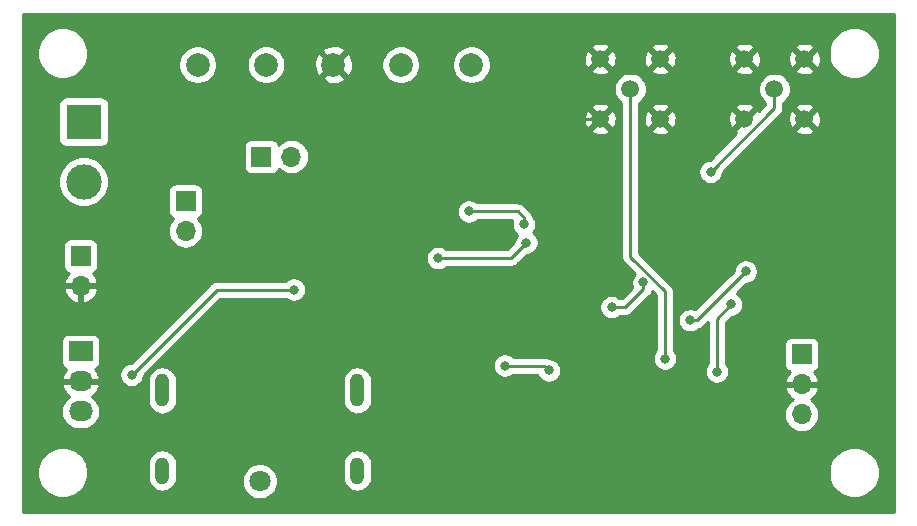
<source format=gbl>
G04 #@! TF.GenerationSoftware,KiCad,Pcbnew,(5.1.4-0-10_14)*
G04 #@! TF.CreationDate,2020-03-05T15:50:17+09:00*
G04 #@! TF.ProjectId,ReadoutBoard_v3_2,52656164-6f75-4744-926f-6172645f7633,rev?*
G04 #@! TF.SameCoordinates,Original*
G04 #@! TF.FileFunction,Copper,L2,Bot*
G04 #@! TF.FilePolarity,Positive*
%FSLAX46Y46*%
G04 Gerber Fmt 4.6, Leading zero omitted, Abs format (unit mm)*
G04 Created by KiCad (PCBNEW (5.1.4-0-10_14)) date 2020-03-05 15:50:17*
%MOMM*%
%LPD*%
G04 APERTURE LIST*
%ADD10R,1.700000X1.700000*%
%ADD11O,1.700000X1.700000*%
%ADD12R,3.000000X3.000000*%
%ADD13C,3.000000*%
%ADD14R,2.030000X1.730000*%
%ADD15O,2.030000X1.730000*%
%ADD16C,1.500000*%
%ADD17O,1.200000X2.300000*%
%ADD18O,1.200000X2.800000*%
%ADD19C,1.800000*%
%ADD20C,2.000000*%
%ADD21C,0.800000*%
%ADD22C,0.250000*%
%ADD23C,0.254000*%
G04 APERTURE END LIST*
D10*
X112395000Y-97523300D03*
D11*
X112395000Y-100063300D03*
D10*
X118808500Y-93776800D03*
D11*
X121348500Y-93776800D03*
D12*
X103759000Y-90805000D03*
D13*
X103759000Y-95885000D03*
D14*
X103505000Y-110261400D03*
D15*
X103505000Y-112801400D03*
X103505000Y-115341400D03*
D16*
X159715200Y-90576400D03*
X159715200Y-85496400D03*
X164795200Y-85496400D03*
X164795200Y-90576400D03*
X162255200Y-88036400D03*
D17*
X110418800Y-120343400D03*
D18*
X126928800Y-113563400D03*
D19*
X118668800Y-121243400D03*
D18*
X110418800Y-113563400D03*
D17*
X126928800Y-120343400D03*
D16*
X150037800Y-88036400D03*
X152577800Y-90576400D03*
X152577800Y-85496400D03*
X147497800Y-85496400D03*
X147497800Y-90576400D03*
D11*
X103505000Y-104711500D03*
D10*
X103505000Y-102171500D03*
X164566600Y-110515400D03*
D11*
X164566600Y-113055400D03*
X164566600Y-115595400D03*
D20*
X113411000Y-85979000D03*
X119202200Y-85979000D03*
X124917200Y-85979000D03*
X130606800Y-85979000D03*
X136601200Y-85979000D03*
D21*
X140152002Y-115067198D03*
X143052800Y-114554000D03*
X141401800Y-87172800D03*
X124333000Y-97586800D03*
X159410400Y-98044000D03*
X160401000Y-100406200D03*
X155117800Y-107619800D03*
X159823685Y-103479600D03*
X133781800Y-102362000D03*
X141249400Y-101041200D03*
X121564400Y-105029000D03*
X107823000Y-112242600D03*
X157378400Y-111960200D03*
X158597600Y-106273600D03*
X141046200Y-99508100D03*
X136372600Y-98399600D03*
X156845000Y-95046800D03*
X152984200Y-110871000D03*
X151155400Y-104419400D03*
X148463000Y-106502200D03*
X143154400Y-111861600D03*
X139427001Y-111461601D03*
D22*
X140152002Y-115067198D02*
X142539602Y-115067198D01*
X142539602Y-115067198D02*
X143052800Y-114554000D01*
X143052800Y-114554000D02*
X143052800Y-114554000D01*
X141401800Y-87172800D02*
X139877800Y-87172800D01*
X139877800Y-87172800D02*
X137998200Y-89052400D01*
X137998200Y-89052400D02*
X137998200Y-89712800D01*
X137998200Y-89712800D02*
X139217400Y-90932000D01*
X139573000Y-90576400D02*
X147497800Y-90576400D01*
X139217400Y-90932000D02*
X139573000Y-90576400D01*
X123917201Y-86978999D02*
X123917201Y-87080599D01*
X124917200Y-85979000D02*
X123917201Y-86978999D01*
X123917201Y-87080599D02*
X124333000Y-87496398D01*
X124333000Y-87496398D02*
X124333000Y-97586800D01*
X124333000Y-97586800D02*
X124333000Y-97586800D01*
X159810399Y-98443999D02*
X159810399Y-99815599D01*
X159410400Y-98044000D02*
X159810399Y-98443999D01*
X159810399Y-99815599D02*
X160401000Y-100406200D01*
X160401000Y-100406200D02*
X160401000Y-100406200D01*
X155683485Y-107619800D02*
X159823685Y-103479600D01*
X155117800Y-107619800D02*
X155683485Y-107619800D01*
X159823685Y-103479600D02*
X159823685Y-103479600D01*
X133781800Y-102362000D02*
X139928600Y-102362000D01*
X139928600Y-102362000D02*
X141249400Y-101041200D01*
X141249400Y-101041200D02*
X141249400Y-101041200D01*
X121564400Y-105029000D02*
X121564400Y-105029000D01*
X115036600Y-105029000D02*
X107823000Y-112242600D01*
X121564400Y-105029000D02*
X115036600Y-105029000D01*
X157378400Y-111960200D02*
X157378400Y-107492800D01*
X157378400Y-107492800D02*
X158597600Y-106273600D01*
X158597600Y-106273600D02*
X158597600Y-106273600D01*
X141046200Y-98942415D02*
X140503385Y-98399600D01*
X141046200Y-99508100D02*
X141046200Y-98942415D01*
X140503385Y-98399600D02*
X136728200Y-98399600D01*
X136728200Y-98399600D02*
X136372600Y-98399600D01*
X136372600Y-98399600D02*
X136372600Y-98399600D01*
X162255200Y-89636600D02*
X156845000Y-95046800D01*
X162255200Y-88036400D02*
X162255200Y-89636600D01*
X152984200Y-110305315D02*
X152984200Y-110871000D01*
X152984200Y-105175198D02*
X152984200Y-110305315D01*
X150037800Y-102228798D02*
X152984200Y-105175198D01*
X150037800Y-88036400D02*
X150037800Y-102228798D01*
X151155400Y-104985085D02*
X149638285Y-106502200D01*
X151155400Y-104419400D02*
X151155400Y-104985085D01*
X149638285Y-106502200D02*
X149098000Y-106502200D01*
X149098000Y-106502200D02*
X148463000Y-106502200D01*
X148463000Y-106502200D02*
X148463000Y-106502200D01*
X142754401Y-111461601D02*
X139427001Y-111461601D01*
X143154400Y-111861600D02*
X142754401Y-111461601D01*
X139427001Y-111461601D02*
X139427001Y-111461601D01*
D23*
G36*
X172340001Y-123850800D02*
G01*
X98660000Y-123850800D01*
X98660000Y-120297123D01*
X99830497Y-120297123D01*
X99830497Y-120724477D01*
X99913870Y-121143621D01*
X100077412Y-121538445D01*
X100314837Y-121893777D01*
X100617023Y-122195963D01*
X100972355Y-122433388D01*
X101367179Y-122596930D01*
X101786323Y-122680303D01*
X102213677Y-122680303D01*
X102632821Y-122596930D01*
X103027645Y-122433388D01*
X103382977Y-122195963D01*
X103685163Y-121893777D01*
X103922588Y-121538445D01*
X104086130Y-121143621D01*
X104169503Y-120724477D01*
X104169503Y-120297123D01*
X104086130Y-119877979D01*
X104025969Y-119732736D01*
X109183800Y-119732736D01*
X109183800Y-120954065D01*
X109201670Y-121135502D01*
X109272289Y-121368301D01*
X109386968Y-121582849D01*
X109541299Y-121770902D01*
X109729352Y-121925233D01*
X109943900Y-122039911D01*
X110176699Y-122110530D01*
X110418800Y-122134375D01*
X110660902Y-122110530D01*
X110893701Y-122039911D01*
X111108249Y-121925233D01*
X111296302Y-121770902D01*
X111450633Y-121582849D01*
X111565311Y-121368301D01*
X111635930Y-121135502D01*
X111640193Y-121092216D01*
X117133800Y-121092216D01*
X117133800Y-121394584D01*
X117192789Y-121691143D01*
X117308501Y-121970495D01*
X117476488Y-122221905D01*
X117690295Y-122435712D01*
X117941705Y-122603699D01*
X118221057Y-122719411D01*
X118517616Y-122778400D01*
X118819984Y-122778400D01*
X119116543Y-122719411D01*
X119395895Y-122603699D01*
X119647305Y-122435712D01*
X119861112Y-122221905D01*
X120029099Y-121970495D01*
X120144811Y-121691143D01*
X120203800Y-121394584D01*
X120203800Y-121092216D01*
X120144811Y-120795657D01*
X120029099Y-120516305D01*
X119861112Y-120264895D01*
X119647305Y-120051088D01*
X119395895Y-119883101D01*
X119116543Y-119767389D01*
X118942330Y-119732736D01*
X125693800Y-119732736D01*
X125693800Y-120954065D01*
X125711670Y-121135502D01*
X125782289Y-121368301D01*
X125896968Y-121582849D01*
X126051299Y-121770902D01*
X126239352Y-121925233D01*
X126453900Y-122039911D01*
X126686699Y-122110530D01*
X126928800Y-122134375D01*
X127170902Y-122110530D01*
X127403701Y-122039911D01*
X127618249Y-121925233D01*
X127806302Y-121770902D01*
X127960633Y-121582849D01*
X128075311Y-121368301D01*
X128145930Y-121135502D01*
X128163800Y-120954065D01*
X128163800Y-120297123D01*
X166830497Y-120297123D01*
X166830497Y-120724477D01*
X166913870Y-121143621D01*
X167077412Y-121538445D01*
X167314837Y-121893777D01*
X167617023Y-122195963D01*
X167972355Y-122433388D01*
X168367179Y-122596930D01*
X168786323Y-122680303D01*
X169213677Y-122680303D01*
X169632821Y-122596930D01*
X170027645Y-122433388D01*
X170382977Y-122195963D01*
X170685163Y-121893777D01*
X170922588Y-121538445D01*
X171086130Y-121143621D01*
X171169503Y-120724477D01*
X171169503Y-120297123D01*
X171086130Y-119877979D01*
X170922588Y-119483155D01*
X170685163Y-119127823D01*
X170382977Y-118825637D01*
X170027645Y-118588212D01*
X169632821Y-118424670D01*
X169213677Y-118341297D01*
X168786323Y-118341297D01*
X168367179Y-118424670D01*
X167972355Y-118588212D01*
X167617023Y-118825637D01*
X167314837Y-119127823D01*
X167077412Y-119483155D01*
X166913870Y-119877979D01*
X166830497Y-120297123D01*
X128163800Y-120297123D01*
X128163800Y-119732735D01*
X128145930Y-119551298D01*
X128075311Y-119318499D01*
X127960633Y-119103951D01*
X127806302Y-118915898D01*
X127618248Y-118761567D01*
X127403700Y-118646889D01*
X127170901Y-118576270D01*
X126928800Y-118552425D01*
X126686698Y-118576270D01*
X126453899Y-118646889D01*
X126239351Y-118761567D01*
X126051298Y-118915898D01*
X125896967Y-119103952D01*
X125782289Y-119318500D01*
X125711670Y-119551299D01*
X125693800Y-119732736D01*
X118942330Y-119732736D01*
X118819984Y-119708400D01*
X118517616Y-119708400D01*
X118221057Y-119767389D01*
X117941705Y-119883101D01*
X117690295Y-120051088D01*
X117476488Y-120264895D01*
X117308501Y-120516305D01*
X117192789Y-120795657D01*
X117133800Y-121092216D01*
X111640193Y-121092216D01*
X111653800Y-120954065D01*
X111653800Y-119732735D01*
X111635930Y-119551298D01*
X111565311Y-119318499D01*
X111450633Y-119103951D01*
X111296302Y-118915898D01*
X111108248Y-118761567D01*
X110893700Y-118646889D01*
X110660901Y-118576270D01*
X110418800Y-118552425D01*
X110176698Y-118576270D01*
X109943899Y-118646889D01*
X109729351Y-118761567D01*
X109541298Y-118915898D01*
X109386967Y-119103952D01*
X109272289Y-119318500D01*
X109201670Y-119551299D01*
X109183800Y-119732736D01*
X104025969Y-119732736D01*
X103922588Y-119483155D01*
X103685163Y-119127823D01*
X103382977Y-118825637D01*
X103027645Y-118588212D01*
X102632821Y-118424670D01*
X102213677Y-118341297D01*
X101786323Y-118341297D01*
X101367179Y-118424670D01*
X100972355Y-118588212D01*
X100617023Y-118825637D01*
X100314837Y-119127823D01*
X100077412Y-119483155D01*
X99913870Y-119877979D01*
X99830497Y-120297123D01*
X98660000Y-120297123D01*
X98660000Y-115341400D01*
X101847743Y-115341400D01*
X101876705Y-115635451D01*
X101962476Y-115918202D01*
X102101762Y-116178787D01*
X102289208Y-116407192D01*
X102517613Y-116594638D01*
X102778198Y-116733924D01*
X103060949Y-116819695D01*
X103281320Y-116841400D01*
X103728680Y-116841400D01*
X103949051Y-116819695D01*
X104231802Y-116733924D01*
X104492387Y-116594638D01*
X104720792Y-116407192D01*
X104908238Y-116178787D01*
X105047524Y-115918202D01*
X105133295Y-115635451D01*
X105162257Y-115341400D01*
X105133295Y-115047349D01*
X105047524Y-114764598D01*
X104908238Y-114504013D01*
X104720792Y-114275608D01*
X104492387Y-114088162D01*
X104454297Y-114067802D01*
X104656972Y-113919210D01*
X104855793Y-113702257D01*
X105008469Y-113450684D01*
X105109131Y-113174159D01*
X105111346Y-113160646D01*
X104990224Y-112928400D01*
X103632000Y-112928400D01*
X103632000Y-112948400D01*
X103378000Y-112948400D01*
X103378000Y-112928400D01*
X102019776Y-112928400D01*
X101898654Y-113160646D01*
X101900869Y-113174159D01*
X102001531Y-113450684D01*
X102154207Y-113702257D01*
X102353028Y-113919210D01*
X102555703Y-114067802D01*
X102517613Y-114088162D01*
X102289208Y-114275608D01*
X102101762Y-114504013D01*
X101962476Y-114764598D01*
X101876705Y-115047349D01*
X101847743Y-115341400D01*
X98660000Y-115341400D01*
X98660000Y-109396400D01*
X101851928Y-109396400D01*
X101851928Y-111126400D01*
X101864188Y-111250882D01*
X101900498Y-111370580D01*
X101959463Y-111480894D01*
X102038815Y-111577585D01*
X102135506Y-111656937D01*
X102245820Y-111715902D01*
X102306537Y-111734320D01*
X102154207Y-111900543D01*
X102001531Y-112152116D01*
X101900869Y-112428641D01*
X101898654Y-112442154D01*
X102019776Y-112674400D01*
X103378000Y-112674400D01*
X103378000Y-112654400D01*
X103632000Y-112654400D01*
X103632000Y-112674400D01*
X104990224Y-112674400D01*
X105111346Y-112442154D01*
X105109131Y-112428641D01*
X105008469Y-112152116D01*
X105001518Y-112140661D01*
X106788000Y-112140661D01*
X106788000Y-112344539D01*
X106827774Y-112544498D01*
X106905795Y-112732856D01*
X107019063Y-112902374D01*
X107163226Y-113046537D01*
X107332744Y-113159805D01*
X107521102Y-113237826D01*
X107721061Y-113277600D01*
X107924939Y-113277600D01*
X108124898Y-113237826D01*
X108313256Y-113159805D01*
X108482774Y-113046537D01*
X108626937Y-112902374D01*
X108740205Y-112732856D01*
X108752681Y-112702736D01*
X109183800Y-112702736D01*
X109183800Y-114424065D01*
X109201670Y-114605502D01*
X109272290Y-114838301D01*
X109386968Y-115052849D01*
X109541299Y-115240902D01*
X109729352Y-115395233D01*
X109943900Y-115509911D01*
X110176699Y-115580530D01*
X110418800Y-115604375D01*
X110660902Y-115580530D01*
X110893701Y-115509911D01*
X111108249Y-115395233D01*
X111296302Y-115240902D01*
X111450633Y-115052849D01*
X111565311Y-114838301D01*
X111635930Y-114605502D01*
X111653800Y-114424065D01*
X111653800Y-112702736D01*
X125693800Y-112702736D01*
X125693800Y-114424065D01*
X125711670Y-114605502D01*
X125782290Y-114838301D01*
X125896968Y-115052849D01*
X126051299Y-115240902D01*
X126239352Y-115395233D01*
X126453900Y-115509911D01*
X126686699Y-115580530D01*
X126928800Y-115604375D01*
X127019924Y-115595400D01*
X163074415Y-115595400D01*
X163103087Y-115886511D01*
X163188001Y-116166434D01*
X163325894Y-116424414D01*
X163511466Y-116650534D01*
X163737586Y-116836106D01*
X163995566Y-116973999D01*
X164275489Y-117058913D01*
X164493650Y-117080400D01*
X164639550Y-117080400D01*
X164857711Y-117058913D01*
X165137634Y-116973999D01*
X165395614Y-116836106D01*
X165621734Y-116650534D01*
X165807306Y-116424414D01*
X165945199Y-116166434D01*
X166030113Y-115886511D01*
X166058785Y-115595400D01*
X166030113Y-115304289D01*
X165945199Y-115024366D01*
X165807306Y-114766386D01*
X165621734Y-114540266D01*
X165395614Y-114354694D01*
X165331077Y-114320199D01*
X165447955Y-114250578D01*
X165664188Y-114055669D01*
X165838241Y-113822320D01*
X165963425Y-113559499D01*
X166008076Y-113412290D01*
X165886755Y-113182400D01*
X164693600Y-113182400D01*
X164693600Y-113202400D01*
X164439600Y-113202400D01*
X164439600Y-113182400D01*
X163246445Y-113182400D01*
X163125124Y-113412290D01*
X163169775Y-113559499D01*
X163294959Y-113822320D01*
X163469012Y-114055669D01*
X163685245Y-114250578D01*
X163802123Y-114320199D01*
X163737586Y-114354694D01*
X163511466Y-114540266D01*
X163325894Y-114766386D01*
X163188001Y-115024366D01*
X163103087Y-115304289D01*
X163074415Y-115595400D01*
X127019924Y-115595400D01*
X127170902Y-115580530D01*
X127403701Y-115509911D01*
X127618249Y-115395233D01*
X127806302Y-115240902D01*
X127960633Y-115052849D01*
X128075311Y-114838301D01*
X128145930Y-114605502D01*
X128163800Y-114424065D01*
X128163800Y-112702735D01*
X128145930Y-112521298D01*
X128075311Y-112288499D01*
X127960633Y-112073951D01*
X127806302Y-111885898D01*
X127618248Y-111731567D01*
X127403700Y-111616889D01*
X127170901Y-111546270D01*
X126928800Y-111522425D01*
X126686698Y-111546270D01*
X126453899Y-111616889D01*
X126239351Y-111731567D01*
X126051298Y-111885898D01*
X125896967Y-112073952D01*
X125782289Y-112288500D01*
X125711670Y-112521299D01*
X125693800Y-112702736D01*
X111653800Y-112702736D01*
X111653800Y-112702735D01*
X111635930Y-112521298D01*
X111565311Y-112288499D01*
X111450633Y-112073951D01*
X111296302Y-111885898D01*
X111108248Y-111731567D01*
X110893700Y-111616889D01*
X110660901Y-111546270D01*
X110418800Y-111522425D01*
X110176698Y-111546270D01*
X109943899Y-111616889D01*
X109729351Y-111731567D01*
X109541298Y-111885898D01*
X109386967Y-112073952D01*
X109272289Y-112288500D01*
X109201670Y-112521299D01*
X109183800Y-112702736D01*
X108752681Y-112702736D01*
X108818226Y-112544498D01*
X108858000Y-112344539D01*
X108858000Y-112282401D01*
X109780739Y-111359662D01*
X138392001Y-111359662D01*
X138392001Y-111563540D01*
X138431775Y-111763499D01*
X138509796Y-111951857D01*
X138623064Y-112121375D01*
X138767227Y-112265538D01*
X138936745Y-112378806D01*
X139125103Y-112456827D01*
X139325062Y-112496601D01*
X139528940Y-112496601D01*
X139728899Y-112456827D01*
X139917257Y-112378806D01*
X140086775Y-112265538D01*
X140130712Y-112221601D01*
X142183241Y-112221601D01*
X142237195Y-112351856D01*
X142350463Y-112521374D01*
X142494626Y-112665537D01*
X142664144Y-112778805D01*
X142852502Y-112856826D01*
X143052461Y-112896600D01*
X143256339Y-112896600D01*
X143456298Y-112856826D01*
X143644656Y-112778805D01*
X143814174Y-112665537D01*
X143958337Y-112521374D01*
X144071605Y-112351856D01*
X144149626Y-112163498D01*
X144189400Y-111963539D01*
X144189400Y-111759661D01*
X144149626Y-111559702D01*
X144071605Y-111371344D01*
X143958337Y-111201826D01*
X143814174Y-111057663D01*
X143644656Y-110944395D01*
X143456298Y-110866374D01*
X143256339Y-110826600D01*
X143178626Y-110826600D01*
X143046648Y-110756055D01*
X142903387Y-110712598D01*
X142791734Y-110701601D01*
X142791723Y-110701601D01*
X142754401Y-110697925D01*
X142717079Y-110701601D01*
X140130712Y-110701601D01*
X140086775Y-110657664D01*
X139917257Y-110544396D01*
X139728899Y-110466375D01*
X139528940Y-110426601D01*
X139325062Y-110426601D01*
X139125103Y-110466375D01*
X138936745Y-110544396D01*
X138767227Y-110657664D01*
X138623064Y-110801827D01*
X138509796Y-110971345D01*
X138431775Y-111159703D01*
X138392001Y-111359662D01*
X109780739Y-111359662D01*
X114740140Y-106400261D01*
X147428000Y-106400261D01*
X147428000Y-106604139D01*
X147467774Y-106804098D01*
X147545795Y-106992456D01*
X147659063Y-107161974D01*
X147803226Y-107306137D01*
X147972744Y-107419405D01*
X148161102Y-107497426D01*
X148361061Y-107537200D01*
X148564939Y-107537200D01*
X148764898Y-107497426D01*
X148953256Y-107419405D01*
X149122774Y-107306137D01*
X149166711Y-107262200D01*
X149600963Y-107262200D01*
X149638285Y-107265876D01*
X149675607Y-107262200D01*
X149675618Y-107262200D01*
X149787271Y-107251203D01*
X149930532Y-107207746D01*
X150062561Y-107137174D01*
X150178286Y-107042201D01*
X150202089Y-107013197D01*
X151666403Y-105548884D01*
X151695401Y-105525086D01*
X151790374Y-105409361D01*
X151860946Y-105277332D01*
X151895994Y-105161793D01*
X152224200Y-105490000D01*
X152224201Y-110167288D01*
X152180263Y-110211226D01*
X152066995Y-110380744D01*
X151988974Y-110569102D01*
X151949200Y-110769061D01*
X151949200Y-110972939D01*
X151988974Y-111172898D01*
X152066995Y-111361256D01*
X152180263Y-111530774D01*
X152324426Y-111674937D01*
X152493944Y-111788205D01*
X152682302Y-111866226D01*
X152882261Y-111906000D01*
X153086139Y-111906000D01*
X153286098Y-111866226D01*
X153474456Y-111788205D01*
X153643974Y-111674937D01*
X153788137Y-111530774D01*
X153901405Y-111361256D01*
X153979426Y-111172898D01*
X154019200Y-110972939D01*
X154019200Y-110769061D01*
X153979426Y-110569102D01*
X153901405Y-110380744D01*
X153788137Y-110211226D01*
X153744200Y-110167289D01*
X153744200Y-107517861D01*
X154082800Y-107517861D01*
X154082800Y-107721739D01*
X154122574Y-107921698D01*
X154200595Y-108110056D01*
X154313863Y-108279574D01*
X154458026Y-108423737D01*
X154627544Y-108537005D01*
X154815902Y-108615026D01*
X155015861Y-108654800D01*
X155219739Y-108654800D01*
X155419698Y-108615026D01*
X155608056Y-108537005D01*
X155777574Y-108423737D01*
X155832524Y-108368787D01*
X155975732Y-108325346D01*
X156107761Y-108254774D01*
X156223486Y-108159801D01*
X156247289Y-108130797D01*
X156618401Y-107759685D01*
X156618400Y-111256489D01*
X156574463Y-111300426D01*
X156461195Y-111469944D01*
X156383174Y-111658302D01*
X156343400Y-111858261D01*
X156343400Y-112062139D01*
X156383174Y-112262098D01*
X156461195Y-112450456D01*
X156574463Y-112619974D01*
X156718626Y-112764137D01*
X156888144Y-112877405D01*
X157076502Y-112955426D01*
X157276461Y-112995200D01*
X157480339Y-112995200D01*
X157680298Y-112955426D01*
X157868656Y-112877405D01*
X158038174Y-112764137D01*
X158182337Y-112619974D01*
X158295605Y-112450456D01*
X158373626Y-112262098D01*
X158413400Y-112062139D01*
X158413400Y-111858261D01*
X158373626Y-111658302D01*
X158295605Y-111469944D01*
X158182337Y-111300426D01*
X158138400Y-111256489D01*
X158138400Y-109665400D01*
X163078528Y-109665400D01*
X163078528Y-111365400D01*
X163090788Y-111489882D01*
X163127098Y-111609580D01*
X163186063Y-111719894D01*
X163265415Y-111816585D01*
X163362106Y-111895937D01*
X163472420Y-111954902D01*
X163553066Y-111979366D01*
X163469012Y-112055131D01*
X163294959Y-112288480D01*
X163169775Y-112551301D01*
X163125124Y-112698510D01*
X163246445Y-112928400D01*
X164439600Y-112928400D01*
X164439600Y-112908400D01*
X164693600Y-112908400D01*
X164693600Y-112928400D01*
X165886755Y-112928400D01*
X166008076Y-112698510D01*
X165963425Y-112551301D01*
X165838241Y-112288480D01*
X165664188Y-112055131D01*
X165580134Y-111979366D01*
X165660780Y-111954902D01*
X165771094Y-111895937D01*
X165867785Y-111816585D01*
X165947137Y-111719894D01*
X166006102Y-111609580D01*
X166042412Y-111489882D01*
X166054672Y-111365400D01*
X166054672Y-109665400D01*
X166042412Y-109540918D01*
X166006102Y-109421220D01*
X165947137Y-109310906D01*
X165867785Y-109214215D01*
X165771094Y-109134863D01*
X165660780Y-109075898D01*
X165541082Y-109039588D01*
X165416600Y-109027328D01*
X163716600Y-109027328D01*
X163592118Y-109039588D01*
X163472420Y-109075898D01*
X163362106Y-109134863D01*
X163265415Y-109214215D01*
X163186063Y-109310906D01*
X163127098Y-109421220D01*
X163090788Y-109540918D01*
X163078528Y-109665400D01*
X158138400Y-109665400D01*
X158138400Y-107807601D01*
X158637402Y-107308600D01*
X158699539Y-107308600D01*
X158899498Y-107268826D01*
X159087856Y-107190805D01*
X159257374Y-107077537D01*
X159401537Y-106933374D01*
X159514805Y-106763856D01*
X159592826Y-106575498D01*
X159632600Y-106375539D01*
X159632600Y-106171661D01*
X159592826Y-105971702D01*
X159514805Y-105783344D01*
X159401537Y-105613826D01*
X159257374Y-105469663D01*
X159087856Y-105356395D01*
X159041071Y-105337016D01*
X159863487Y-104514600D01*
X159925624Y-104514600D01*
X160125583Y-104474826D01*
X160313941Y-104396805D01*
X160483459Y-104283537D01*
X160627622Y-104139374D01*
X160740890Y-103969856D01*
X160818911Y-103781498D01*
X160858685Y-103581539D01*
X160858685Y-103377661D01*
X160818911Y-103177702D01*
X160740890Y-102989344D01*
X160627622Y-102819826D01*
X160483459Y-102675663D01*
X160313941Y-102562395D01*
X160125583Y-102484374D01*
X159925624Y-102444600D01*
X159721746Y-102444600D01*
X159521787Y-102484374D01*
X159333429Y-102562395D01*
X159163911Y-102675663D01*
X159019748Y-102819826D01*
X158906480Y-102989344D01*
X158828459Y-103177702D01*
X158788685Y-103377661D01*
X158788685Y-103439798D01*
X155549955Y-106678529D01*
X155419698Y-106624574D01*
X155219739Y-106584800D01*
X155015861Y-106584800D01*
X154815902Y-106624574D01*
X154627544Y-106702595D01*
X154458026Y-106815863D01*
X154313863Y-106960026D01*
X154200595Y-107129544D01*
X154122574Y-107317902D01*
X154082800Y-107517861D01*
X153744200Y-107517861D01*
X153744200Y-105212521D01*
X153747876Y-105175198D01*
X153744200Y-105137875D01*
X153744200Y-105137865D01*
X153733203Y-105026212D01*
X153689746Y-104882951D01*
X153619174Y-104750922D01*
X153524201Y-104635197D01*
X153495204Y-104611400D01*
X150797800Y-101913997D01*
X150797800Y-94944861D01*
X155810000Y-94944861D01*
X155810000Y-95148739D01*
X155849774Y-95348698D01*
X155927795Y-95537056D01*
X156041063Y-95706574D01*
X156185226Y-95850737D01*
X156354744Y-95964005D01*
X156543102Y-96042026D01*
X156743061Y-96081800D01*
X156946939Y-96081800D01*
X157146898Y-96042026D01*
X157335256Y-95964005D01*
X157504774Y-95850737D01*
X157648937Y-95706574D01*
X157762205Y-95537056D01*
X157840226Y-95348698D01*
X157880000Y-95148739D01*
X157880000Y-95086601D01*
X161433208Y-91533393D01*
X164017812Y-91533393D01*
X164083337Y-91772260D01*
X164330316Y-91888160D01*
X164595160Y-91953650D01*
X164867692Y-91966212D01*
X165137438Y-91925365D01*
X165394032Y-91832677D01*
X165507063Y-91772260D01*
X165572588Y-91533393D01*
X164795200Y-90756005D01*
X164017812Y-91533393D01*
X161433208Y-91533393D01*
X162317709Y-90648892D01*
X163405388Y-90648892D01*
X163446235Y-90918638D01*
X163538923Y-91175232D01*
X163599340Y-91288263D01*
X163838207Y-91353788D01*
X164615595Y-90576400D01*
X164974805Y-90576400D01*
X165752193Y-91353788D01*
X165991060Y-91288263D01*
X166106960Y-91041284D01*
X166172450Y-90776440D01*
X166185012Y-90503908D01*
X166144165Y-90234162D01*
X166051477Y-89977568D01*
X165991060Y-89864537D01*
X165752193Y-89799012D01*
X164974805Y-90576400D01*
X164615595Y-90576400D01*
X163838207Y-89799012D01*
X163599340Y-89864537D01*
X163483440Y-90111516D01*
X163417950Y-90376360D01*
X163405388Y-90648892D01*
X162317709Y-90648892D01*
X162766203Y-90200399D01*
X162795201Y-90176601D01*
X162890174Y-90060876D01*
X162960746Y-89928847D01*
X163004203Y-89785586D01*
X163015200Y-89673933D01*
X163015200Y-89673924D01*
X163018876Y-89636601D01*
X163017183Y-89619407D01*
X164017812Y-89619407D01*
X164795200Y-90396795D01*
X165572588Y-89619407D01*
X165507063Y-89380540D01*
X165260084Y-89264640D01*
X164995240Y-89199150D01*
X164722708Y-89186588D01*
X164452962Y-89227435D01*
X164196368Y-89320123D01*
X164083337Y-89380540D01*
X164017812Y-89619407D01*
X163017183Y-89619407D01*
X163015200Y-89599278D01*
X163015200Y-89194309D01*
X163138086Y-89112199D01*
X163330999Y-88919286D01*
X163482571Y-88692443D01*
X163586975Y-88440389D01*
X163640200Y-88172811D01*
X163640200Y-87899989D01*
X163586975Y-87632411D01*
X163482571Y-87380357D01*
X163330999Y-87153514D01*
X163138086Y-86960601D01*
X162911243Y-86809029D01*
X162659189Y-86704625D01*
X162391611Y-86651400D01*
X162118789Y-86651400D01*
X161851211Y-86704625D01*
X161599157Y-86809029D01*
X161372314Y-86960601D01*
X161179401Y-87153514D01*
X161027829Y-87380357D01*
X160923425Y-87632411D01*
X160870200Y-87899989D01*
X160870200Y-88172811D01*
X160923425Y-88440389D01*
X161027829Y-88692443D01*
X161179401Y-88919286D01*
X161372314Y-89112199D01*
X161495201Y-89194309D01*
X161495201Y-89321797D01*
X160925481Y-89891517D01*
X160911060Y-89864537D01*
X160672193Y-89799012D01*
X159894805Y-90576400D01*
X159908948Y-90590543D01*
X159729343Y-90770148D01*
X159715200Y-90756005D01*
X158937812Y-91533393D01*
X159003337Y-91772260D01*
X159031515Y-91785483D01*
X156805199Y-94011800D01*
X156743061Y-94011800D01*
X156543102Y-94051574D01*
X156354744Y-94129595D01*
X156185226Y-94242863D01*
X156041063Y-94387026D01*
X155927795Y-94556544D01*
X155849774Y-94744902D01*
X155810000Y-94944861D01*
X150797800Y-94944861D01*
X150797800Y-91533393D01*
X151800412Y-91533393D01*
X151865937Y-91772260D01*
X152112916Y-91888160D01*
X152377760Y-91953650D01*
X152650292Y-91966212D01*
X152920038Y-91925365D01*
X153176632Y-91832677D01*
X153289663Y-91772260D01*
X153355188Y-91533393D01*
X152577800Y-90756005D01*
X151800412Y-91533393D01*
X150797800Y-91533393D01*
X150797800Y-90648892D01*
X151187988Y-90648892D01*
X151228835Y-90918638D01*
X151321523Y-91175232D01*
X151381940Y-91288263D01*
X151620807Y-91353788D01*
X152398195Y-90576400D01*
X152757405Y-90576400D01*
X153534793Y-91353788D01*
X153773660Y-91288263D01*
X153889560Y-91041284D01*
X153955050Y-90776440D01*
X153960929Y-90648892D01*
X158325388Y-90648892D01*
X158366235Y-90918638D01*
X158458923Y-91175232D01*
X158519340Y-91288263D01*
X158758207Y-91353788D01*
X159535595Y-90576400D01*
X158758207Y-89799012D01*
X158519340Y-89864537D01*
X158403440Y-90111516D01*
X158337950Y-90376360D01*
X158325388Y-90648892D01*
X153960929Y-90648892D01*
X153967612Y-90503908D01*
X153926765Y-90234162D01*
X153834077Y-89977568D01*
X153773660Y-89864537D01*
X153534793Y-89799012D01*
X152757405Y-90576400D01*
X152398195Y-90576400D01*
X151620807Y-89799012D01*
X151381940Y-89864537D01*
X151266040Y-90111516D01*
X151200550Y-90376360D01*
X151187988Y-90648892D01*
X150797800Y-90648892D01*
X150797800Y-89619407D01*
X151800412Y-89619407D01*
X152577800Y-90396795D01*
X153355188Y-89619407D01*
X158937812Y-89619407D01*
X159715200Y-90396795D01*
X160492588Y-89619407D01*
X160427063Y-89380540D01*
X160180084Y-89264640D01*
X159915240Y-89199150D01*
X159642708Y-89186588D01*
X159372962Y-89227435D01*
X159116368Y-89320123D01*
X159003337Y-89380540D01*
X158937812Y-89619407D01*
X153355188Y-89619407D01*
X153289663Y-89380540D01*
X153042684Y-89264640D01*
X152777840Y-89199150D01*
X152505308Y-89186588D01*
X152235562Y-89227435D01*
X151978968Y-89320123D01*
X151865937Y-89380540D01*
X151800412Y-89619407D01*
X150797800Y-89619407D01*
X150797800Y-89194309D01*
X150920686Y-89112199D01*
X151113599Y-88919286D01*
X151265171Y-88692443D01*
X151369575Y-88440389D01*
X151422800Y-88172811D01*
X151422800Y-87899989D01*
X151369575Y-87632411D01*
X151265171Y-87380357D01*
X151113599Y-87153514D01*
X150920686Y-86960601D01*
X150693843Y-86809029D01*
X150441789Y-86704625D01*
X150174211Y-86651400D01*
X149901389Y-86651400D01*
X149633811Y-86704625D01*
X149381757Y-86809029D01*
X149154914Y-86960601D01*
X148962001Y-87153514D01*
X148810429Y-87380357D01*
X148706025Y-87632411D01*
X148652800Y-87899989D01*
X148652800Y-88172811D01*
X148706025Y-88440389D01*
X148810429Y-88692443D01*
X148962001Y-88919286D01*
X149154914Y-89112199D01*
X149277800Y-89194309D01*
X149277801Y-102191466D01*
X149274124Y-102228798D01*
X149288798Y-102377783D01*
X149332254Y-102521044D01*
X149402826Y-102653074D01*
X149457423Y-102719600D01*
X149497800Y-102768799D01*
X149526798Y-102792597D01*
X150422645Y-103688444D01*
X150351463Y-103759626D01*
X150238195Y-103929144D01*
X150160174Y-104117502D01*
X150120400Y-104317461D01*
X150120400Y-104521339D01*
X150160174Y-104721298D01*
X150214129Y-104851555D01*
X149323484Y-105742200D01*
X149166711Y-105742200D01*
X149122774Y-105698263D01*
X148953256Y-105584995D01*
X148764898Y-105506974D01*
X148564939Y-105467200D01*
X148361061Y-105467200D01*
X148161102Y-105506974D01*
X147972744Y-105584995D01*
X147803226Y-105698263D01*
X147659063Y-105842426D01*
X147545795Y-106011944D01*
X147467774Y-106200302D01*
X147428000Y-106400261D01*
X114740140Y-106400261D01*
X115351402Y-105789000D01*
X120860689Y-105789000D01*
X120904626Y-105832937D01*
X121074144Y-105946205D01*
X121262502Y-106024226D01*
X121462461Y-106064000D01*
X121666339Y-106064000D01*
X121866298Y-106024226D01*
X122054656Y-105946205D01*
X122224174Y-105832937D01*
X122368337Y-105688774D01*
X122481605Y-105519256D01*
X122559626Y-105330898D01*
X122599400Y-105130939D01*
X122599400Y-104927061D01*
X122559626Y-104727102D01*
X122481605Y-104538744D01*
X122368337Y-104369226D01*
X122224174Y-104225063D01*
X122054656Y-104111795D01*
X121866298Y-104033774D01*
X121666339Y-103994000D01*
X121462461Y-103994000D01*
X121262502Y-104033774D01*
X121074144Y-104111795D01*
X120904626Y-104225063D01*
X120860689Y-104269000D01*
X115073923Y-104269000D01*
X115036600Y-104265324D01*
X114999277Y-104269000D01*
X114999267Y-104269000D01*
X114887614Y-104279997D01*
X114764110Y-104317461D01*
X114744353Y-104323454D01*
X114612323Y-104394026D01*
X114528683Y-104462668D01*
X114496599Y-104488999D01*
X114472801Y-104517997D01*
X107783199Y-111207600D01*
X107721061Y-111207600D01*
X107521102Y-111247374D01*
X107332744Y-111325395D01*
X107163226Y-111438663D01*
X107019063Y-111582826D01*
X106905795Y-111752344D01*
X106827774Y-111940702D01*
X106788000Y-112140661D01*
X105001518Y-112140661D01*
X104855793Y-111900543D01*
X104703463Y-111734320D01*
X104764180Y-111715902D01*
X104874494Y-111656937D01*
X104971185Y-111577585D01*
X105050537Y-111480894D01*
X105109502Y-111370580D01*
X105145812Y-111250882D01*
X105158072Y-111126400D01*
X105158072Y-109396400D01*
X105145812Y-109271918D01*
X105109502Y-109152220D01*
X105050537Y-109041906D01*
X104971185Y-108945215D01*
X104874494Y-108865863D01*
X104764180Y-108806898D01*
X104644482Y-108770588D01*
X104520000Y-108758328D01*
X102490000Y-108758328D01*
X102365518Y-108770588D01*
X102245820Y-108806898D01*
X102135506Y-108865863D01*
X102038815Y-108945215D01*
X101959463Y-109041906D01*
X101900498Y-109152220D01*
X101864188Y-109271918D01*
X101851928Y-109396400D01*
X98660000Y-109396400D01*
X98660000Y-105068390D01*
X102063524Y-105068390D01*
X102108175Y-105215599D01*
X102233359Y-105478420D01*
X102407412Y-105711769D01*
X102623645Y-105906678D01*
X102873748Y-106055657D01*
X103148109Y-106152981D01*
X103378000Y-106032314D01*
X103378000Y-104838500D01*
X103632000Y-104838500D01*
X103632000Y-106032314D01*
X103861891Y-106152981D01*
X104136252Y-106055657D01*
X104386355Y-105906678D01*
X104602588Y-105711769D01*
X104776641Y-105478420D01*
X104901825Y-105215599D01*
X104946476Y-105068390D01*
X104825155Y-104838500D01*
X103632000Y-104838500D01*
X103378000Y-104838500D01*
X102184845Y-104838500D01*
X102063524Y-105068390D01*
X98660000Y-105068390D01*
X98660000Y-101321500D01*
X102016928Y-101321500D01*
X102016928Y-103021500D01*
X102029188Y-103145982D01*
X102065498Y-103265680D01*
X102124463Y-103375994D01*
X102203815Y-103472685D01*
X102300506Y-103552037D01*
X102410820Y-103611002D01*
X102491466Y-103635466D01*
X102407412Y-103711231D01*
X102233359Y-103944580D01*
X102108175Y-104207401D01*
X102063524Y-104354610D01*
X102184845Y-104584500D01*
X103378000Y-104584500D01*
X103378000Y-104564500D01*
X103632000Y-104564500D01*
X103632000Y-104584500D01*
X104825155Y-104584500D01*
X104946476Y-104354610D01*
X104901825Y-104207401D01*
X104776641Y-103944580D01*
X104602588Y-103711231D01*
X104518534Y-103635466D01*
X104599180Y-103611002D01*
X104709494Y-103552037D01*
X104806185Y-103472685D01*
X104885537Y-103375994D01*
X104944502Y-103265680D01*
X104980812Y-103145982D01*
X104993072Y-103021500D01*
X104993072Y-102260061D01*
X132746800Y-102260061D01*
X132746800Y-102463939D01*
X132786574Y-102663898D01*
X132864595Y-102852256D01*
X132977863Y-103021774D01*
X133122026Y-103165937D01*
X133291544Y-103279205D01*
X133479902Y-103357226D01*
X133679861Y-103397000D01*
X133883739Y-103397000D01*
X134083698Y-103357226D01*
X134272056Y-103279205D01*
X134441574Y-103165937D01*
X134485511Y-103122000D01*
X139891278Y-103122000D01*
X139928600Y-103125676D01*
X139965922Y-103122000D01*
X139965933Y-103122000D01*
X140077586Y-103111003D01*
X140220847Y-103067546D01*
X140352876Y-102996974D01*
X140468601Y-102902001D01*
X140492404Y-102872997D01*
X141289202Y-102076200D01*
X141351339Y-102076200D01*
X141551298Y-102036426D01*
X141739656Y-101958405D01*
X141909174Y-101845137D01*
X142053337Y-101700974D01*
X142166605Y-101531456D01*
X142244626Y-101343098D01*
X142284400Y-101143139D01*
X142284400Y-100939261D01*
X142244626Y-100739302D01*
X142166605Y-100550944D01*
X142053337Y-100381426D01*
X141909174Y-100237263D01*
X141832188Y-100185823D01*
X141850137Y-100167874D01*
X141963405Y-99998356D01*
X142041426Y-99809998D01*
X142081200Y-99610039D01*
X142081200Y-99406161D01*
X142041426Y-99206202D01*
X141963405Y-99017844D01*
X141850137Y-98848326D01*
X141795187Y-98793376D01*
X141751746Y-98650168D01*
X141681174Y-98518139D01*
X141586201Y-98402414D01*
X141557202Y-98378615D01*
X141067188Y-97888602D01*
X141043386Y-97859599D01*
X140927661Y-97764626D01*
X140795632Y-97694054D01*
X140652371Y-97650597D01*
X140540718Y-97639600D01*
X140540707Y-97639600D01*
X140503385Y-97635924D01*
X140466063Y-97639600D01*
X137076311Y-97639600D01*
X137032374Y-97595663D01*
X136862856Y-97482395D01*
X136674498Y-97404374D01*
X136474539Y-97364600D01*
X136270661Y-97364600D01*
X136070702Y-97404374D01*
X135882344Y-97482395D01*
X135712826Y-97595663D01*
X135568663Y-97739826D01*
X135455395Y-97909344D01*
X135377374Y-98097702D01*
X135337600Y-98297661D01*
X135337600Y-98501539D01*
X135377374Y-98701498D01*
X135455395Y-98889856D01*
X135568663Y-99059374D01*
X135712826Y-99203537D01*
X135882344Y-99316805D01*
X136070702Y-99394826D01*
X136270661Y-99434600D01*
X136474539Y-99434600D01*
X136674498Y-99394826D01*
X136862856Y-99316805D01*
X137032374Y-99203537D01*
X137076311Y-99159600D01*
X140070277Y-99159600D01*
X140050974Y-99206202D01*
X140011200Y-99406161D01*
X140011200Y-99610039D01*
X140050974Y-99809998D01*
X140128995Y-99998356D01*
X140242263Y-100167874D01*
X140386426Y-100312037D01*
X140463412Y-100363477D01*
X140445463Y-100381426D01*
X140332195Y-100550944D01*
X140254174Y-100739302D01*
X140214400Y-100939261D01*
X140214400Y-101001398D01*
X139613799Y-101602000D01*
X134485511Y-101602000D01*
X134441574Y-101558063D01*
X134272056Y-101444795D01*
X134083698Y-101366774D01*
X133883739Y-101327000D01*
X133679861Y-101327000D01*
X133479902Y-101366774D01*
X133291544Y-101444795D01*
X133122026Y-101558063D01*
X132977863Y-101702226D01*
X132864595Y-101871744D01*
X132786574Y-102060102D01*
X132746800Y-102260061D01*
X104993072Y-102260061D01*
X104993072Y-101321500D01*
X104980812Y-101197018D01*
X104944502Y-101077320D01*
X104885537Y-100967006D01*
X104806185Y-100870315D01*
X104709494Y-100790963D01*
X104599180Y-100731998D01*
X104479482Y-100695688D01*
X104355000Y-100683428D01*
X102655000Y-100683428D01*
X102530518Y-100695688D01*
X102410820Y-100731998D01*
X102300506Y-100790963D01*
X102203815Y-100870315D01*
X102124463Y-100967006D01*
X102065498Y-101077320D01*
X102029188Y-101197018D01*
X102016928Y-101321500D01*
X98660000Y-101321500D01*
X98660000Y-100063300D01*
X110902815Y-100063300D01*
X110931487Y-100354411D01*
X111016401Y-100634334D01*
X111154294Y-100892314D01*
X111339866Y-101118434D01*
X111565986Y-101304006D01*
X111823966Y-101441899D01*
X112103889Y-101526813D01*
X112322050Y-101548300D01*
X112467950Y-101548300D01*
X112686111Y-101526813D01*
X112966034Y-101441899D01*
X113224014Y-101304006D01*
X113450134Y-101118434D01*
X113635706Y-100892314D01*
X113773599Y-100634334D01*
X113858513Y-100354411D01*
X113887185Y-100063300D01*
X113858513Y-99772189D01*
X113773599Y-99492266D01*
X113635706Y-99234286D01*
X113450134Y-99008166D01*
X113420313Y-98983693D01*
X113489180Y-98962802D01*
X113599494Y-98903837D01*
X113696185Y-98824485D01*
X113775537Y-98727794D01*
X113834502Y-98617480D01*
X113870812Y-98497782D01*
X113883072Y-98373300D01*
X113883072Y-96673300D01*
X113870812Y-96548818D01*
X113834502Y-96429120D01*
X113775537Y-96318806D01*
X113696185Y-96222115D01*
X113599494Y-96142763D01*
X113489180Y-96083798D01*
X113369482Y-96047488D01*
X113245000Y-96035228D01*
X111545000Y-96035228D01*
X111420518Y-96047488D01*
X111300820Y-96083798D01*
X111190506Y-96142763D01*
X111093815Y-96222115D01*
X111014463Y-96318806D01*
X110955498Y-96429120D01*
X110919188Y-96548818D01*
X110906928Y-96673300D01*
X110906928Y-98373300D01*
X110919188Y-98497782D01*
X110955498Y-98617480D01*
X111014463Y-98727794D01*
X111093815Y-98824485D01*
X111190506Y-98903837D01*
X111300820Y-98962802D01*
X111369687Y-98983693D01*
X111339866Y-99008166D01*
X111154294Y-99234286D01*
X111016401Y-99492266D01*
X110931487Y-99772189D01*
X110902815Y-100063300D01*
X98660000Y-100063300D01*
X98660000Y-95674721D01*
X101624000Y-95674721D01*
X101624000Y-96095279D01*
X101706047Y-96507756D01*
X101866988Y-96896302D01*
X102100637Y-97245983D01*
X102398017Y-97543363D01*
X102747698Y-97777012D01*
X103136244Y-97937953D01*
X103548721Y-98020000D01*
X103969279Y-98020000D01*
X104381756Y-97937953D01*
X104770302Y-97777012D01*
X105119983Y-97543363D01*
X105417363Y-97245983D01*
X105651012Y-96896302D01*
X105811953Y-96507756D01*
X105894000Y-96095279D01*
X105894000Y-95674721D01*
X105811953Y-95262244D01*
X105651012Y-94873698D01*
X105417363Y-94524017D01*
X105119983Y-94226637D01*
X104770302Y-93992988D01*
X104381756Y-93832047D01*
X103969279Y-93750000D01*
X103548721Y-93750000D01*
X103136244Y-93832047D01*
X102747698Y-93992988D01*
X102398017Y-94226637D01*
X102100637Y-94524017D01*
X101866988Y-94873698D01*
X101706047Y-95262244D01*
X101624000Y-95674721D01*
X98660000Y-95674721D01*
X98660000Y-89305000D01*
X101620928Y-89305000D01*
X101620928Y-92305000D01*
X101633188Y-92429482D01*
X101669498Y-92549180D01*
X101728463Y-92659494D01*
X101807815Y-92756185D01*
X101904506Y-92835537D01*
X102014820Y-92894502D01*
X102134518Y-92930812D01*
X102259000Y-92943072D01*
X105259000Y-92943072D01*
X105383482Y-92930812D01*
X105396707Y-92926800D01*
X117320428Y-92926800D01*
X117320428Y-94626800D01*
X117332688Y-94751282D01*
X117368998Y-94870980D01*
X117427963Y-94981294D01*
X117507315Y-95077985D01*
X117604006Y-95157337D01*
X117714320Y-95216302D01*
X117834018Y-95252612D01*
X117958500Y-95264872D01*
X119658500Y-95264872D01*
X119782982Y-95252612D01*
X119902680Y-95216302D01*
X120012994Y-95157337D01*
X120109685Y-95077985D01*
X120189037Y-94981294D01*
X120248002Y-94870980D01*
X120268893Y-94802113D01*
X120293366Y-94831934D01*
X120519486Y-95017506D01*
X120777466Y-95155399D01*
X121057389Y-95240313D01*
X121275550Y-95261800D01*
X121421450Y-95261800D01*
X121639611Y-95240313D01*
X121919534Y-95155399D01*
X122177514Y-95017506D01*
X122403634Y-94831934D01*
X122589206Y-94605814D01*
X122727099Y-94347834D01*
X122812013Y-94067911D01*
X122840685Y-93776800D01*
X122812013Y-93485689D01*
X122727099Y-93205766D01*
X122589206Y-92947786D01*
X122403634Y-92721666D01*
X122177514Y-92536094D01*
X121919534Y-92398201D01*
X121639611Y-92313287D01*
X121421450Y-92291800D01*
X121275550Y-92291800D01*
X121057389Y-92313287D01*
X120777466Y-92398201D01*
X120519486Y-92536094D01*
X120293366Y-92721666D01*
X120268893Y-92751487D01*
X120248002Y-92682620D01*
X120189037Y-92572306D01*
X120109685Y-92475615D01*
X120012994Y-92396263D01*
X119902680Y-92337298D01*
X119782982Y-92300988D01*
X119658500Y-92288728D01*
X117958500Y-92288728D01*
X117834018Y-92300988D01*
X117714320Y-92337298D01*
X117604006Y-92396263D01*
X117507315Y-92475615D01*
X117427963Y-92572306D01*
X117368998Y-92682620D01*
X117332688Y-92802318D01*
X117320428Y-92926800D01*
X105396707Y-92926800D01*
X105503180Y-92894502D01*
X105613494Y-92835537D01*
X105710185Y-92756185D01*
X105789537Y-92659494D01*
X105848502Y-92549180D01*
X105884812Y-92429482D01*
X105897072Y-92305000D01*
X105897072Y-91533393D01*
X146720412Y-91533393D01*
X146785937Y-91772260D01*
X147032916Y-91888160D01*
X147297760Y-91953650D01*
X147570292Y-91966212D01*
X147840038Y-91925365D01*
X148096632Y-91832677D01*
X148209663Y-91772260D01*
X148275188Y-91533393D01*
X147497800Y-90756005D01*
X146720412Y-91533393D01*
X105897072Y-91533393D01*
X105897072Y-90648892D01*
X146107988Y-90648892D01*
X146148835Y-90918638D01*
X146241523Y-91175232D01*
X146301940Y-91288263D01*
X146540807Y-91353788D01*
X147318195Y-90576400D01*
X147677405Y-90576400D01*
X148454793Y-91353788D01*
X148693660Y-91288263D01*
X148809560Y-91041284D01*
X148875050Y-90776440D01*
X148887612Y-90503908D01*
X148846765Y-90234162D01*
X148754077Y-89977568D01*
X148693660Y-89864537D01*
X148454793Y-89799012D01*
X147677405Y-90576400D01*
X147318195Y-90576400D01*
X146540807Y-89799012D01*
X146301940Y-89864537D01*
X146186040Y-90111516D01*
X146120550Y-90376360D01*
X146107988Y-90648892D01*
X105897072Y-90648892D01*
X105897072Y-89619407D01*
X146720412Y-89619407D01*
X147497800Y-90396795D01*
X148275188Y-89619407D01*
X148209663Y-89380540D01*
X147962684Y-89264640D01*
X147697840Y-89199150D01*
X147425308Y-89186588D01*
X147155562Y-89227435D01*
X146898968Y-89320123D01*
X146785937Y-89380540D01*
X146720412Y-89619407D01*
X105897072Y-89619407D01*
X105897072Y-89305000D01*
X105884812Y-89180518D01*
X105848502Y-89060820D01*
X105789537Y-88950506D01*
X105710185Y-88853815D01*
X105613494Y-88774463D01*
X105503180Y-88715498D01*
X105383482Y-88679188D01*
X105259000Y-88666928D01*
X102259000Y-88666928D01*
X102134518Y-88679188D01*
X102014820Y-88715498D01*
X101904506Y-88774463D01*
X101807815Y-88853815D01*
X101728463Y-88950506D01*
X101669498Y-89060820D01*
X101633188Y-89180518D01*
X101620928Y-89305000D01*
X98660000Y-89305000D01*
X98660000Y-84786323D01*
X99830497Y-84786323D01*
X99830497Y-85213677D01*
X99913870Y-85632821D01*
X100077412Y-86027645D01*
X100314837Y-86382977D01*
X100617023Y-86685163D01*
X100972355Y-86922588D01*
X101367179Y-87086130D01*
X101786323Y-87169503D01*
X102213677Y-87169503D01*
X102632821Y-87086130D01*
X103027645Y-86922588D01*
X103382977Y-86685163D01*
X103685163Y-86382977D01*
X103922588Y-86027645D01*
X104009439Y-85817967D01*
X111776000Y-85817967D01*
X111776000Y-86140033D01*
X111838832Y-86455912D01*
X111962082Y-86753463D01*
X112141013Y-87021252D01*
X112368748Y-87248987D01*
X112636537Y-87427918D01*
X112934088Y-87551168D01*
X113249967Y-87614000D01*
X113572033Y-87614000D01*
X113887912Y-87551168D01*
X114185463Y-87427918D01*
X114453252Y-87248987D01*
X114680987Y-87021252D01*
X114859918Y-86753463D01*
X114983168Y-86455912D01*
X115046000Y-86140033D01*
X115046000Y-85817967D01*
X117567200Y-85817967D01*
X117567200Y-86140033D01*
X117630032Y-86455912D01*
X117753282Y-86753463D01*
X117932213Y-87021252D01*
X118159948Y-87248987D01*
X118427737Y-87427918D01*
X118725288Y-87551168D01*
X119041167Y-87614000D01*
X119363233Y-87614000D01*
X119679112Y-87551168D01*
X119976663Y-87427918D01*
X120244452Y-87248987D01*
X120379026Y-87114413D01*
X123961392Y-87114413D01*
X124057156Y-87378814D01*
X124346771Y-87519704D01*
X124658308Y-87601384D01*
X124979795Y-87620718D01*
X125298875Y-87576961D01*
X125603288Y-87471795D01*
X125777244Y-87378814D01*
X125873008Y-87114413D01*
X124917200Y-86158605D01*
X123961392Y-87114413D01*
X120379026Y-87114413D01*
X120472187Y-87021252D01*
X120651118Y-86753463D01*
X120774368Y-86455912D01*
X120837200Y-86140033D01*
X120837200Y-86041595D01*
X123275482Y-86041595D01*
X123319239Y-86360675D01*
X123424405Y-86665088D01*
X123517386Y-86839044D01*
X123781787Y-86934808D01*
X124737595Y-85979000D01*
X125096805Y-85979000D01*
X126052613Y-86934808D01*
X126317014Y-86839044D01*
X126457904Y-86549429D01*
X126539584Y-86237892D01*
X126558918Y-85916405D01*
X126545419Y-85817967D01*
X128971800Y-85817967D01*
X128971800Y-86140033D01*
X129034632Y-86455912D01*
X129157882Y-86753463D01*
X129336813Y-87021252D01*
X129564548Y-87248987D01*
X129832337Y-87427918D01*
X130129888Y-87551168D01*
X130445767Y-87614000D01*
X130767833Y-87614000D01*
X131083712Y-87551168D01*
X131381263Y-87427918D01*
X131649052Y-87248987D01*
X131876787Y-87021252D01*
X132055718Y-86753463D01*
X132178968Y-86455912D01*
X132241800Y-86140033D01*
X132241800Y-85817967D01*
X134966200Y-85817967D01*
X134966200Y-86140033D01*
X135029032Y-86455912D01*
X135152282Y-86753463D01*
X135331213Y-87021252D01*
X135558948Y-87248987D01*
X135826737Y-87427918D01*
X136124288Y-87551168D01*
X136440167Y-87614000D01*
X136762233Y-87614000D01*
X137078112Y-87551168D01*
X137375663Y-87427918D01*
X137643452Y-87248987D01*
X137871187Y-87021252D01*
X138050118Y-86753463D01*
X138173368Y-86455912D01*
X138173869Y-86453393D01*
X146720412Y-86453393D01*
X146785937Y-86692260D01*
X147032916Y-86808160D01*
X147297760Y-86873650D01*
X147570292Y-86886212D01*
X147840038Y-86845365D01*
X148096632Y-86752677D01*
X148209663Y-86692260D01*
X148275188Y-86453393D01*
X151800412Y-86453393D01*
X151865937Y-86692260D01*
X152112916Y-86808160D01*
X152377760Y-86873650D01*
X152650292Y-86886212D01*
X152920038Y-86845365D01*
X153176632Y-86752677D01*
X153289663Y-86692260D01*
X153355188Y-86453393D01*
X158937812Y-86453393D01*
X159003337Y-86692260D01*
X159250316Y-86808160D01*
X159515160Y-86873650D01*
X159787692Y-86886212D01*
X160057438Y-86845365D01*
X160314032Y-86752677D01*
X160427063Y-86692260D01*
X160492588Y-86453393D01*
X164017812Y-86453393D01*
X164083337Y-86692260D01*
X164330316Y-86808160D01*
X164595160Y-86873650D01*
X164867692Y-86886212D01*
X165137438Y-86845365D01*
X165394032Y-86752677D01*
X165507063Y-86692260D01*
X165572588Y-86453393D01*
X164795200Y-85676005D01*
X164017812Y-86453393D01*
X160492588Y-86453393D01*
X159715200Y-85676005D01*
X158937812Y-86453393D01*
X153355188Y-86453393D01*
X152577800Y-85676005D01*
X151800412Y-86453393D01*
X148275188Y-86453393D01*
X147497800Y-85676005D01*
X146720412Y-86453393D01*
X138173869Y-86453393D01*
X138236200Y-86140033D01*
X138236200Y-85817967D01*
X138186657Y-85568892D01*
X146107988Y-85568892D01*
X146148835Y-85838638D01*
X146241523Y-86095232D01*
X146301940Y-86208263D01*
X146540807Y-86273788D01*
X147318195Y-85496400D01*
X147677405Y-85496400D01*
X148454793Y-86273788D01*
X148693660Y-86208263D01*
X148809560Y-85961284D01*
X148875050Y-85696440D01*
X148880929Y-85568892D01*
X151187988Y-85568892D01*
X151228835Y-85838638D01*
X151321523Y-86095232D01*
X151381940Y-86208263D01*
X151620807Y-86273788D01*
X152398195Y-85496400D01*
X152757405Y-85496400D01*
X153534793Y-86273788D01*
X153773660Y-86208263D01*
X153889560Y-85961284D01*
X153955050Y-85696440D01*
X153960929Y-85568892D01*
X158325388Y-85568892D01*
X158366235Y-85838638D01*
X158458923Y-86095232D01*
X158519340Y-86208263D01*
X158758207Y-86273788D01*
X159535595Y-85496400D01*
X159894805Y-85496400D01*
X160672193Y-86273788D01*
X160911060Y-86208263D01*
X161026960Y-85961284D01*
X161092450Y-85696440D01*
X161098329Y-85568892D01*
X163405388Y-85568892D01*
X163446235Y-85838638D01*
X163538923Y-86095232D01*
X163599340Y-86208263D01*
X163838207Y-86273788D01*
X164615595Y-85496400D01*
X164974805Y-85496400D01*
X165752193Y-86273788D01*
X165991060Y-86208263D01*
X166106960Y-85961284D01*
X166172450Y-85696440D01*
X166185012Y-85423908D01*
X166144165Y-85154162D01*
X166051477Y-84897568D01*
X165992015Y-84786323D01*
X166830497Y-84786323D01*
X166830497Y-85213677D01*
X166913870Y-85632821D01*
X167077412Y-86027645D01*
X167314837Y-86382977D01*
X167617023Y-86685163D01*
X167972355Y-86922588D01*
X168367179Y-87086130D01*
X168786323Y-87169503D01*
X169213677Y-87169503D01*
X169632821Y-87086130D01*
X170027645Y-86922588D01*
X170382977Y-86685163D01*
X170685163Y-86382977D01*
X170922588Y-86027645D01*
X171086130Y-85632821D01*
X171169503Y-85213677D01*
X171169503Y-84786323D01*
X171086130Y-84367179D01*
X170922588Y-83972355D01*
X170685163Y-83617023D01*
X170382977Y-83314837D01*
X170027645Y-83077412D01*
X169632821Y-82913870D01*
X169213677Y-82830497D01*
X168786323Y-82830497D01*
X168367179Y-82913870D01*
X167972355Y-83077412D01*
X167617023Y-83314837D01*
X167314837Y-83617023D01*
X167077412Y-83972355D01*
X166913870Y-84367179D01*
X166830497Y-84786323D01*
X165992015Y-84786323D01*
X165991060Y-84784537D01*
X165752193Y-84719012D01*
X164974805Y-85496400D01*
X164615595Y-85496400D01*
X163838207Y-84719012D01*
X163599340Y-84784537D01*
X163483440Y-85031516D01*
X163417950Y-85296360D01*
X163405388Y-85568892D01*
X161098329Y-85568892D01*
X161105012Y-85423908D01*
X161064165Y-85154162D01*
X160971477Y-84897568D01*
X160911060Y-84784537D01*
X160672193Y-84719012D01*
X159894805Y-85496400D01*
X159535595Y-85496400D01*
X158758207Y-84719012D01*
X158519340Y-84784537D01*
X158403440Y-85031516D01*
X158337950Y-85296360D01*
X158325388Y-85568892D01*
X153960929Y-85568892D01*
X153967612Y-85423908D01*
X153926765Y-85154162D01*
X153834077Y-84897568D01*
X153773660Y-84784537D01*
X153534793Y-84719012D01*
X152757405Y-85496400D01*
X152398195Y-85496400D01*
X151620807Y-84719012D01*
X151381940Y-84784537D01*
X151266040Y-85031516D01*
X151200550Y-85296360D01*
X151187988Y-85568892D01*
X148880929Y-85568892D01*
X148887612Y-85423908D01*
X148846765Y-85154162D01*
X148754077Y-84897568D01*
X148693660Y-84784537D01*
X148454793Y-84719012D01*
X147677405Y-85496400D01*
X147318195Y-85496400D01*
X146540807Y-84719012D01*
X146301940Y-84784537D01*
X146186040Y-85031516D01*
X146120550Y-85296360D01*
X146107988Y-85568892D01*
X138186657Y-85568892D01*
X138173368Y-85502088D01*
X138050118Y-85204537D01*
X137871187Y-84936748D01*
X137643452Y-84709013D01*
X137389619Y-84539407D01*
X146720412Y-84539407D01*
X147497800Y-85316795D01*
X148275188Y-84539407D01*
X151800412Y-84539407D01*
X152577800Y-85316795D01*
X153355188Y-84539407D01*
X158937812Y-84539407D01*
X159715200Y-85316795D01*
X160492588Y-84539407D01*
X164017812Y-84539407D01*
X164795200Y-85316795D01*
X165572588Y-84539407D01*
X165507063Y-84300540D01*
X165260084Y-84184640D01*
X164995240Y-84119150D01*
X164722708Y-84106588D01*
X164452962Y-84147435D01*
X164196368Y-84240123D01*
X164083337Y-84300540D01*
X164017812Y-84539407D01*
X160492588Y-84539407D01*
X160427063Y-84300540D01*
X160180084Y-84184640D01*
X159915240Y-84119150D01*
X159642708Y-84106588D01*
X159372962Y-84147435D01*
X159116368Y-84240123D01*
X159003337Y-84300540D01*
X158937812Y-84539407D01*
X153355188Y-84539407D01*
X153289663Y-84300540D01*
X153042684Y-84184640D01*
X152777840Y-84119150D01*
X152505308Y-84106588D01*
X152235562Y-84147435D01*
X151978968Y-84240123D01*
X151865937Y-84300540D01*
X151800412Y-84539407D01*
X148275188Y-84539407D01*
X148209663Y-84300540D01*
X147962684Y-84184640D01*
X147697840Y-84119150D01*
X147425308Y-84106588D01*
X147155562Y-84147435D01*
X146898968Y-84240123D01*
X146785937Y-84300540D01*
X146720412Y-84539407D01*
X137389619Y-84539407D01*
X137375663Y-84530082D01*
X137078112Y-84406832D01*
X136762233Y-84344000D01*
X136440167Y-84344000D01*
X136124288Y-84406832D01*
X135826737Y-84530082D01*
X135558948Y-84709013D01*
X135331213Y-84936748D01*
X135152282Y-85204537D01*
X135029032Y-85502088D01*
X134966200Y-85817967D01*
X132241800Y-85817967D01*
X132178968Y-85502088D01*
X132055718Y-85204537D01*
X131876787Y-84936748D01*
X131649052Y-84709013D01*
X131381263Y-84530082D01*
X131083712Y-84406832D01*
X130767833Y-84344000D01*
X130445767Y-84344000D01*
X130129888Y-84406832D01*
X129832337Y-84530082D01*
X129564548Y-84709013D01*
X129336813Y-84936748D01*
X129157882Y-85204537D01*
X129034632Y-85502088D01*
X128971800Y-85817967D01*
X126545419Y-85817967D01*
X126515161Y-85597325D01*
X126409995Y-85292912D01*
X126317014Y-85118956D01*
X126052613Y-85023192D01*
X125096805Y-85979000D01*
X124737595Y-85979000D01*
X123781787Y-85023192D01*
X123517386Y-85118956D01*
X123376496Y-85408571D01*
X123294816Y-85720108D01*
X123275482Y-86041595D01*
X120837200Y-86041595D01*
X120837200Y-85817967D01*
X120774368Y-85502088D01*
X120651118Y-85204537D01*
X120472187Y-84936748D01*
X120379026Y-84843587D01*
X123961392Y-84843587D01*
X124917200Y-85799395D01*
X125873008Y-84843587D01*
X125777244Y-84579186D01*
X125487629Y-84438296D01*
X125176092Y-84356616D01*
X124854605Y-84337282D01*
X124535525Y-84381039D01*
X124231112Y-84486205D01*
X124057156Y-84579186D01*
X123961392Y-84843587D01*
X120379026Y-84843587D01*
X120244452Y-84709013D01*
X119976663Y-84530082D01*
X119679112Y-84406832D01*
X119363233Y-84344000D01*
X119041167Y-84344000D01*
X118725288Y-84406832D01*
X118427737Y-84530082D01*
X118159948Y-84709013D01*
X117932213Y-84936748D01*
X117753282Y-85204537D01*
X117630032Y-85502088D01*
X117567200Y-85817967D01*
X115046000Y-85817967D01*
X114983168Y-85502088D01*
X114859918Y-85204537D01*
X114680987Y-84936748D01*
X114453252Y-84709013D01*
X114185463Y-84530082D01*
X113887912Y-84406832D01*
X113572033Y-84344000D01*
X113249967Y-84344000D01*
X112934088Y-84406832D01*
X112636537Y-84530082D01*
X112368748Y-84709013D01*
X112141013Y-84936748D01*
X111962082Y-85204537D01*
X111838832Y-85502088D01*
X111776000Y-85817967D01*
X104009439Y-85817967D01*
X104086130Y-85632821D01*
X104169503Y-85213677D01*
X104169503Y-84786323D01*
X104086130Y-84367179D01*
X103922588Y-83972355D01*
X103685163Y-83617023D01*
X103382977Y-83314837D01*
X103027645Y-83077412D01*
X102632821Y-82913870D01*
X102213677Y-82830497D01*
X101786323Y-82830497D01*
X101367179Y-82913870D01*
X100972355Y-83077412D01*
X100617023Y-83314837D01*
X100314837Y-83617023D01*
X100077412Y-83972355D01*
X99913870Y-84367179D01*
X99830497Y-84786323D01*
X98660000Y-84786323D01*
X98660000Y-81660000D01*
X172340000Y-81660000D01*
X172340001Y-123850800D01*
X172340001Y-123850800D01*
G37*
X172340001Y-123850800D02*
X98660000Y-123850800D01*
X98660000Y-120297123D01*
X99830497Y-120297123D01*
X99830497Y-120724477D01*
X99913870Y-121143621D01*
X100077412Y-121538445D01*
X100314837Y-121893777D01*
X100617023Y-122195963D01*
X100972355Y-122433388D01*
X101367179Y-122596930D01*
X101786323Y-122680303D01*
X102213677Y-122680303D01*
X102632821Y-122596930D01*
X103027645Y-122433388D01*
X103382977Y-122195963D01*
X103685163Y-121893777D01*
X103922588Y-121538445D01*
X104086130Y-121143621D01*
X104169503Y-120724477D01*
X104169503Y-120297123D01*
X104086130Y-119877979D01*
X104025969Y-119732736D01*
X109183800Y-119732736D01*
X109183800Y-120954065D01*
X109201670Y-121135502D01*
X109272289Y-121368301D01*
X109386968Y-121582849D01*
X109541299Y-121770902D01*
X109729352Y-121925233D01*
X109943900Y-122039911D01*
X110176699Y-122110530D01*
X110418800Y-122134375D01*
X110660902Y-122110530D01*
X110893701Y-122039911D01*
X111108249Y-121925233D01*
X111296302Y-121770902D01*
X111450633Y-121582849D01*
X111565311Y-121368301D01*
X111635930Y-121135502D01*
X111640193Y-121092216D01*
X117133800Y-121092216D01*
X117133800Y-121394584D01*
X117192789Y-121691143D01*
X117308501Y-121970495D01*
X117476488Y-122221905D01*
X117690295Y-122435712D01*
X117941705Y-122603699D01*
X118221057Y-122719411D01*
X118517616Y-122778400D01*
X118819984Y-122778400D01*
X119116543Y-122719411D01*
X119395895Y-122603699D01*
X119647305Y-122435712D01*
X119861112Y-122221905D01*
X120029099Y-121970495D01*
X120144811Y-121691143D01*
X120203800Y-121394584D01*
X120203800Y-121092216D01*
X120144811Y-120795657D01*
X120029099Y-120516305D01*
X119861112Y-120264895D01*
X119647305Y-120051088D01*
X119395895Y-119883101D01*
X119116543Y-119767389D01*
X118942330Y-119732736D01*
X125693800Y-119732736D01*
X125693800Y-120954065D01*
X125711670Y-121135502D01*
X125782289Y-121368301D01*
X125896968Y-121582849D01*
X126051299Y-121770902D01*
X126239352Y-121925233D01*
X126453900Y-122039911D01*
X126686699Y-122110530D01*
X126928800Y-122134375D01*
X127170902Y-122110530D01*
X127403701Y-122039911D01*
X127618249Y-121925233D01*
X127806302Y-121770902D01*
X127960633Y-121582849D01*
X128075311Y-121368301D01*
X128145930Y-121135502D01*
X128163800Y-120954065D01*
X128163800Y-120297123D01*
X166830497Y-120297123D01*
X166830497Y-120724477D01*
X166913870Y-121143621D01*
X167077412Y-121538445D01*
X167314837Y-121893777D01*
X167617023Y-122195963D01*
X167972355Y-122433388D01*
X168367179Y-122596930D01*
X168786323Y-122680303D01*
X169213677Y-122680303D01*
X169632821Y-122596930D01*
X170027645Y-122433388D01*
X170382977Y-122195963D01*
X170685163Y-121893777D01*
X170922588Y-121538445D01*
X171086130Y-121143621D01*
X171169503Y-120724477D01*
X171169503Y-120297123D01*
X171086130Y-119877979D01*
X170922588Y-119483155D01*
X170685163Y-119127823D01*
X170382977Y-118825637D01*
X170027645Y-118588212D01*
X169632821Y-118424670D01*
X169213677Y-118341297D01*
X168786323Y-118341297D01*
X168367179Y-118424670D01*
X167972355Y-118588212D01*
X167617023Y-118825637D01*
X167314837Y-119127823D01*
X167077412Y-119483155D01*
X166913870Y-119877979D01*
X166830497Y-120297123D01*
X128163800Y-120297123D01*
X128163800Y-119732735D01*
X128145930Y-119551298D01*
X128075311Y-119318499D01*
X127960633Y-119103951D01*
X127806302Y-118915898D01*
X127618248Y-118761567D01*
X127403700Y-118646889D01*
X127170901Y-118576270D01*
X126928800Y-118552425D01*
X126686698Y-118576270D01*
X126453899Y-118646889D01*
X126239351Y-118761567D01*
X126051298Y-118915898D01*
X125896967Y-119103952D01*
X125782289Y-119318500D01*
X125711670Y-119551299D01*
X125693800Y-119732736D01*
X118942330Y-119732736D01*
X118819984Y-119708400D01*
X118517616Y-119708400D01*
X118221057Y-119767389D01*
X117941705Y-119883101D01*
X117690295Y-120051088D01*
X117476488Y-120264895D01*
X117308501Y-120516305D01*
X117192789Y-120795657D01*
X117133800Y-121092216D01*
X111640193Y-121092216D01*
X111653800Y-120954065D01*
X111653800Y-119732735D01*
X111635930Y-119551298D01*
X111565311Y-119318499D01*
X111450633Y-119103951D01*
X111296302Y-118915898D01*
X111108248Y-118761567D01*
X110893700Y-118646889D01*
X110660901Y-118576270D01*
X110418800Y-118552425D01*
X110176698Y-118576270D01*
X109943899Y-118646889D01*
X109729351Y-118761567D01*
X109541298Y-118915898D01*
X109386967Y-119103952D01*
X109272289Y-119318500D01*
X109201670Y-119551299D01*
X109183800Y-119732736D01*
X104025969Y-119732736D01*
X103922588Y-119483155D01*
X103685163Y-119127823D01*
X103382977Y-118825637D01*
X103027645Y-118588212D01*
X102632821Y-118424670D01*
X102213677Y-118341297D01*
X101786323Y-118341297D01*
X101367179Y-118424670D01*
X100972355Y-118588212D01*
X100617023Y-118825637D01*
X100314837Y-119127823D01*
X100077412Y-119483155D01*
X99913870Y-119877979D01*
X99830497Y-120297123D01*
X98660000Y-120297123D01*
X98660000Y-115341400D01*
X101847743Y-115341400D01*
X101876705Y-115635451D01*
X101962476Y-115918202D01*
X102101762Y-116178787D01*
X102289208Y-116407192D01*
X102517613Y-116594638D01*
X102778198Y-116733924D01*
X103060949Y-116819695D01*
X103281320Y-116841400D01*
X103728680Y-116841400D01*
X103949051Y-116819695D01*
X104231802Y-116733924D01*
X104492387Y-116594638D01*
X104720792Y-116407192D01*
X104908238Y-116178787D01*
X105047524Y-115918202D01*
X105133295Y-115635451D01*
X105162257Y-115341400D01*
X105133295Y-115047349D01*
X105047524Y-114764598D01*
X104908238Y-114504013D01*
X104720792Y-114275608D01*
X104492387Y-114088162D01*
X104454297Y-114067802D01*
X104656972Y-113919210D01*
X104855793Y-113702257D01*
X105008469Y-113450684D01*
X105109131Y-113174159D01*
X105111346Y-113160646D01*
X104990224Y-112928400D01*
X103632000Y-112928400D01*
X103632000Y-112948400D01*
X103378000Y-112948400D01*
X103378000Y-112928400D01*
X102019776Y-112928400D01*
X101898654Y-113160646D01*
X101900869Y-113174159D01*
X102001531Y-113450684D01*
X102154207Y-113702257D01*
X102353028Y-113919210D01*
X102555703Y-114067802D01*
X102517613Y-114088162D01*
X102289208Y-114275608D01*
X102101762Y-114504013D01*
X101962476Y-114764598D01*
X101876705Y-115047349D01*
X101847743Y-115341400D01*
X98660000Y-115341400D01*
X98660000Y-109396400D01*
X101851928Y-109396400D01*
X101851928Y-111126400D01*
X101864188Y-111250882D01*
X101900498Y-111370580D01*
X101959463Y-111480894D01*
X102038815Y-111577585D01*
X102135506Y-111656937D01*
X102245820Y-111715902D01*
X102306537Y-111734320D01*
X102154207Y-111900543D01*
X102001531Y-112152116D01*
X101900869Y-112428641D01*
X101898654Y-112442154D01*
X102019776Y-112674400D01*
X103378000Y-112674400D01*
X103378000Y-112654400D01*
X103632000Y-112654400D01*
X103632000Y-112674400D01*
X104990224Y-112674400D01*
X105111346Y-112442154D01*
X105109131Y-112428641D01*
X105008469Y-112152116D01*
X105001518Y-112140661D01*
X106788000Y-112140661D01*
X106788000Y-112344539D01*
X106827774Y-112544498D01*
X106905795Y-112732856D01*
X107019063Y-112902374D01*
X107163226Y-113046537D01*
X107332744Y-113159805D01*
X107521102Y-113237826D01*
X107721061Y-113277600D01*
X107924939Y-113277600D01*
X108124898Y-113237826D01*
X108313256Y-113159805D01*
X108482774Y-113046537D01*
X108626937Y-112902374D01*
X108740205Y-112732856D01*
X108752681Y-112702736D01*
X109183800Y-112702736D01*
X109183800Y-114424065D01*
X109201670Y-114605502D01*
X109272290Y-114838301D01*
X109386968Y-115052849D01*
X109541299Y-115240902D01*
X109729352Y-115395233D01*
X109943900Y-115509911D01*
X110176699Y-115580530D01*
X110418800Y-115604375D01*
X110660902Y-115580530D01*
X110893701Y-115509911D01*
X111108249Y-115395233D01*
X111296302Y-115240902D01*
X111450633Y-115052849D01*
X111565311Y-114838301D01*
X111635930Y-114605502D01*
X111653800Y-114424065D01*
X111653800Y-112702736D01*
X125693800Y-112702736D01*
X125693800Y-114424065D01*
X125711670Y-114605502D01*
X125782290Y-114838301D01*
X125896968Y-115052849D01*
X126051299Y-115240902D01*
X126239352Y-115395233D01*
X126453900Y-115509911D01*
X126686699Y-115580530D01*
X126928800Y-115604375D01*
X127019924Y-115595400D01*
X163074415Y-115595400D01*
X163103087Y-115886511D01*
X163188001Y-116166434D01*
X163325894Y-116424414D01*
X163511466Y-116650534D01*
X163737586Y-116836106D01*
X163995566Y-116973999D01*
X164275489Y-117058913D01*
X164493650Y-117080400D01*
X164639550Y-117080400D01*
X164857711Y-117058913D01*
X165137634Y-116973999D01*
X165395614Y-116836106D01*
X165621734Y-116650534D01*
X165807306Y-116424414D01*
X165945199Y-116166434D01*
X166030113Y-115886511D01*
X166058785Y-115595400D01*
X166030113Y-115304289D01*
X165945199Y-115024366D01*
X165807306Y-114766386D01*
X165621734Y-114540266D01*
X165395614Y-114354694D01*
X165331077Y-114320199D01*
X165447955Y-114250578D01*
X165664188Y-114055669D01*
X165838241Y-113822320D01*
X165963425Y-113559499D01*
X166008076Y-113412290D01*
X165886755Y-113182400D01*
X164693600Y-113182400D01*
X164693600Y-113202400D01*
X164439600Y-113202400D01*
X164439600Y-113182400D01*
X163246445Y-113182400D01*
X163125124Y-113412290D01*
X163169775Y-113559499D01*
X163294959Y-113822320D01*
X163469012Y-114055669D01*
X163685245Y-114250578D01*
X163802123Y-114320199D01*
X163737586Y-114354694D01*
X163511466Y-114540266D01*
X163325894Y-114766386D01*
X163188001Y-115024366D01*
X163103087Y-115304289D01*
X163074415Y-115595400D01*
X127019924Y-115595400D01*
X127170902Y-115580530D01*
X127403701Y-115509911D01*
X127618249Y-115395233D01*
X127806302Y-115240902D01*
X127960633Y-115052849D01*
X128075311Y-114838301D01*
X128145930Y-114605502D01*
X128163800Y-114424065D01*
X128163800Y-112702735D01*
X128145930Y-112521298D01*
X128075311Y-112288499D01*
X127960633Y-112073951D01*
X127806302Y-111885898D01*
X127618248Y-111731567D01*
X127403700Y-111616889D01*
X127170901Y-111546270D01*
X126928800Y-111522425D01*
X126686698Y-111546270D01*
X126453899Y-111616889D01*
X126239351Y-111731567D01*
X126051298Y-111885898D01*
X125896967Y-112073952D01*
X125782289Y-112288500D01*
X125711670Y-112521299D01*
X125693800Y-112702736D01*
X111653800Y-112702736D01*
X111653800Y-112702735D01*
X111635930Y-112521298D01*
X111565311Y-112288499D01*
X111450633Y-112073951D01*
X111296302Y-111885898D01*
X111108248Y-111731567D01*
X110893700Y-111616889D01*
X110660901Y-111546270D01*
X110418800Y-111522425D01*
X110176698Y-111546270D01*
X109943899Y-111616889D01*
X109729351Y-111731567D01*
X109541298Y-111885898D01*
X109386967Y-112073952D01*
X109272289Y-112288500D01*
X109201670Y-112521299D01*
X109183800Y-112702736D01*
X108752681Y-112702736D01*
X108818226Y-112544498D01*
X108858000Y-112344539D01*
X108858000Y-112282401D01*
X109780739Y-111359662D01*
X138392001Y-111359662D01*
X138392001Y-111563540D01*
X138431775Y-111763499D01*
X138509796Y-111951857D01*
X138623064Y-112121375D01*
X138767227Y-112265538D01*
X138936745Y-112378806D01*
X139125103Y-112456827D01*
X139325062Y-112496601D01*
X139528940Y-112496601D01*
X139728899Y-112456827D01*
X139917257Y-112378806D01*
X140086775Y-112265538D01*
X140130712Y-112221601D01*
X142183241Y-112221601D01*
X142237195Y-112351856D01*
X142350463Y-112521374D01*
X142494626Y-112665537D01*
X142664144Y-112778805D01*
X142852502Y-112856826D01*
X143052461Y-112896600D01*
X143256339Y-112896600D01*
X143456298Y-112856826D01*
X143644656Y-112778805D01*
X143814174Y-112665537D01*
X143958337Y-112521374D01*
X144071605Y-112351856D01*
X144149626Y-112163498D01*
X144189400Y-111963539D01*
X144189400Y-111759661D01*
X144149626Y-111559702D01*
X144071605Y-111371344D01*
X143958337Y-111201826D01*
X143814174Y-111057663D01*
X143644656Y-110944395D01*
X143456298Y-110866374D01*
X143256339Y-110826600D01*
X143178626Y-110826600D01*
X143046648Y-110756055D01*
X142903387Y-110712598D01*
X142791734Y-110701601D01*
X142791723Y-110701601D01*
X142754401Y-110697925D01*
X142717079Y-110701601D01*
X140130712Y-110701601D01*
X140086775Y-110657664D01*
X139917257Y-110544396D01*
X139728899Y-110466375D01*
X139528940Y-110426601D01*
X139325062Y-110426601D01*
X139125103Y-110466375D01*
X138936745Y-110544396D01*
X138767227Y-110657664D01*
X138623064Y-110801827D01*
X138509796Y-110971345D01*
X138431775Y-111159703D01*
X138392001Y-111359662D01*
X109780739Y-111359662D01*
X114740140Y-106400261D01*
X147428000Y-106400261D01*
X147428000Y-106604139D01*
X147467774Y-106804098D01*
X147545795Y-106992456D01*
X147659063Y-107161974D01*
X147803226Y-107306137D01*
X147972744Y-107419405D01*
X148161102Y-107497426D01*
X148361061Y-107537200D01*
X148564939Y-107537200D01*
X148764898Y-107497426D01*
X148953256Y-107419405D01*
X149122774Y-107306137D01*
X149166711Y-107262200D01*
X149600963Y-107262200D01*
X149638285Y-107265876D01*
X149675607Y-107262200D01*
X149675618Y-107262200D01*
X149787271Y-107251203D01*
X149930532Y-107207746D01*
X150062561Y-107137174D01*
X150178286Y-107042201D01*
X150202089Y-107013197D01*
X151666403Y-105548884D01*
X151695401Y-105525086D01*
X151790374Y-105409361D01*
X151860946Y-105277332D01*
X151895994Y-105161793D01*
X152224200Y-105490000D01*
X152224201Y-110167288D01*
X152180263Y-110211226D01*
X152066995Y-110380744D01*
X151988974Y-110569102D01*
X151949200Y-110769061D01*
X151949200Y-110972939D01*
X151988974Y-111172898D01*
X152066995Y-111361256D01*
X152180263Y-111530774D01*
X152324426Y-111674937D01*
X152493944Y-111788205D01*
X152682302Y-111866226D01*
X152882261Y-111906000D01*
X153086139Y-111906000D01*
X153286098Y-111866226D01*
X153474456Y-111788205D01*
X153643974Y-111674937D01*
X153788137Y-111530774D01*
X153901405Y-111361256D01*
X153979426Y-111172898D01*
X154019200Y-110972939D01*
X154019200Y-110769061D01*
X153979426Y-110569102D01*
X153901405Y-110380744D01*
X153788137Y-110211226D01*
X153744200Y-110167289D01*
X153744200Y-107517861D01*
X154082800Y-107517861D01*
X154082800Y-107721739D01*
X154122574Y-107921698D01*
X154200595Y-108110056D01*
X154313863Y-108279574D01*
X154458026Y-108423737D01*
X154627544Y-108537005D01*
X154815902Y-108615026D01*
X155015861Y-108654800D01*
X155219739Y-108654800D01*
X155419698Y-108615026D01*
X155608056Y-108537005D01*
X155777574Y-108423737D01*
X155832524Y-108368787D01*
X155975732Y-108325346D01*
X156107761Y-108254774D01*
X156223486Y-108159801D01*
X156247289Y-108130797D01*
X156618401Y-107759685D01*
X156618400Y-111256489D01*
X156574463Y-111300426D01*
X156461195Y-111469944D01*
X156383174Y-111658302D01*
X156343400Y-111858261D01*
X156343400Y-112062139D01*
X156383174Y-112262098D01*
X156461195Y-112450456D01*
X156574463Y-112619974D01*
X156718626Y-112764137D01*
X156888144Y-112877405D01*
X157076502Y-112955426D01*
X157276461Y-112995200D01*
X157480339Y-112995200D01*
X157680298Y-112955426D01*
X157868656Y-112877405D01*
X158038174Y-112764137D01*
X158182337Y-112619974D01*
X158295605Y-112450456D01*
X158373626Y-112262098D01*
X158413400Y-112062139D01*
X158413400Y-111858261D01*
X158373626Y-111658302D01*
X158295605Y-111469944D01*
X158182337Y-111300426D01*
X158138400Y-111256489D01*
X158138400Y-109665400D01*
X163078528Y-109665400D01*
X163078528Y-111365400D01*
X163090788Y-111489882D01*
X163127098Y-111609580D01*
X163186063Y-111719894D01*
X163265415Y-111816585D01*
X163362106Y-111895937D01*
X163472420Y-111954902D01*
X163553066Y-111979366D01*
X163469012Y-112055131D01*
X163294959Y-112288480D01*
X163169775Y-112551301D01*
X163125124Y-112698510D01*
X163246445Y-112928400D01*
X164439600Y-112928400D01*
X164439600Y-112908400D01*
X164693600Y-112908400D01*
X164693600Y-112928400D01*
X165886755Y-112928400D01*
X166008076Y-112698510D01*
X165963425Y-112551301D01*
X165838241Y-112288480D01*
X165664188Y-112055131D01*
X165580134Y-111979366D01*
X165660780Y-111954902D01*
X165771094Y-111895937D01*
X165867785Y-111816585D01*
X165947137Y-111719894D01*
X166006102Y-111609580D01*
X166042412Y-111489882D01*
X166054672Y-111365400D01*
X166054672Y-109665400D01*
X166042412Y-109540918D01*
X166006102Y-109421220D01*
X165947137Y-109310906D01*
X165867785Y-109214215D01*
X165771094Y-109134863D01*
X165660780Y-109075898D01*
X165541082Y-109039588D01*
X165416600Y-109027328D01*
X163716600Y-109027328D01*
X163592118Y-109039588D01*
X163472420Y-109075898D01*
X163362106Y-109134863D01*
X163265415Y-109214215D01*
X163186063Y-109310906D01*
X163127098Y-109421220D01*
X163090788Y-109540918D01*
X163078528Y-109665400D01*
X158138400Y-109665400D01*
X158138400Y-107807601D01*
X158637402Y-107308600D01*
X158699539Y-107308600D01*
X158899498Y-107268826D01*
X159087856Y-107190805D01*
X159257374Y-107077537D01*
X159401537Y-106933374D01*
X159514805Y-106763856D01*
X159592826Y-106575498D01*
X159632600Y-106375539D01*
X159632600Y-106171661D01*
X159592826Y-105971702D01*
X159514805Y-105783344D01*
X159401537Y-105613826D01*
X159257374Y-105469663D01*
X159087856Y-105356395D01*
X159041071Y-105337016D01*
X159863487Y-104514600D01*
X159925624Y-104514600D01*
X160125583Y-104474826D01*
X160313941Y-104396805D01*
X160483459Y-104283537D01*
X160627622Y-104139374D01*
X160740890Y-103969856D01*
X160818911Y-103781498D01*
X160858685Y-103581539D01*
X160858685Y-103377661D01*
X160818911Y-103177702D01*
X160740890Y-102989344D01*
X160627622Y-102819826D01*
X160483459Y-102675663D01*
X160313941Y-102562395D01*
X160125583Y-102484374D01*
X159925624Y-102444600D01*
X159721746Y-102444600D01*
X159521787Y-102484374D01*
X159333429Y-102562395D01*
X159163911Y-102675663D01*
X159019748Y-102819826D01*
X158906480Y-102989344D01*
X158828459Y-103177702D01*
X158788685Y-103377661D01*
X158788685Y-103439798D01*
X155549955Y-106678529D01*
X155419698Y-106624574D01*
X155219739Y-106584800D01*
X155015861Y-106584800D01*
X154815902Y-106624574D01*
X154627544Y-106702595D01*
X154458026Y-106815863D01*
X154313863Y-106960026D01*
X154200595Y-107129544D01*
X154122574Y-107317902D01*
X154082800Y-107517861D01*
X153744200Y-107517861D01*
X153744200Y-105212521D01*
X153747876Y-105175198D01*
X153744200Y-105137875D01*
X153744200Y-105137865D01*
X153733203Y-105026212D01*
X153689746Y-104882951D01*
X153619174Y-104750922D01*
X153524201Y-104635197D01*
X153495204Y-104611400D01*
X150797800Y-101913997D01*
X150797800Y-94944861D01*
X155810000Y-94944861D01*
X155810000Y-95148739D01*
X155849774Y-95348698D01*
X155927795Y-95537056D01*
X156041063Y-95706574D01*
X156185226Y-95850737D01*
X156354744Y-95964005D01*
X156543102Y-96042026D01*
X156743061Y-96081800D01*
X156946939Y-96081800D01*
X157146898Y-96042026D01*
X157335256Y-95964005D01*
X157504774Y-95850737D01*
X157648937Y-95706574D01*
X157762205Y-95537056D01*
X157840226Y-95348698D01*
X157880000Y-95148739D01*
X157880000Y-95086601D01*
X161433208Y-91533393D01*
X164017812Y-91533393D01*
X164083337Y-91772260D01*
X164330316Y-91888160D01*
X164595160Y-91953650D01*
X164867692Y-91966212D01*
X165137438Y-91925365D01*
X165394032Y-91832677D01*
X165507063Y-91772260D01*
X165572588Y-91533393D01*
X164795200Y-90756005D01*
X164017812Y-91533393D01*
X161433208Y-91533393D01*
X162317709Y-90648892D01*
X163405388Y-90648892D01*
X163446235Y-90918638D01*
X163538923Y-91175232D01*
X163599340Y-91288263D01*
X163838207Y-91353788D01*
X164615595Y-90576400D01*
X164974805Y-90576400D01*
X165752193Y-91353788D01*
X165991060Y-91288263D01*
X166106960Y-91041284D01*
X166172450Y-90776440D01*
X166185012Y-90503908D01*
X166144165Y-90234162D01*
X166051477Y-89977568D01*
X165991060Y-89864537D01*
X165752193Y-89799012D01*
X164974805Y-90576400D01*
X164615595Y-90576400D01*
X163838207Y-89799012D01*
X163599340Y-89864537D01*
X163483440Y-90111516D01*
X163417950Y-90376360D01*
X163405388Y-90648892D01*
X162317709Y-90648892D01*
X162766203Y-90200399D01*
X162795201Y-90176601D01*
X162890174Y-90060876D01*
X162960746Y-89928847D01*
X163004203Y-89785586D01*
X163015200Y-89673933D01*
X163015200Y-89673924D01*
X163018876Y-89636601D01*
X163017183Y-89619407D01*
X164017812Y-89619407D01*
X164795200Y-90396795D01*
X165572588Y-89619407D01*
X165507063Y-89380540D01*
X165260084Y-89264640D01*
X164995240Y-89199150D01*
X164722708Y-89186588D01*
X164452962Y-89227435D01*
X164196368Y-89320123D01*
X164083337Y-89380540D01*
X164017812Y-89619407D01*
X163017183Y-89619407D01*
X163015200Y-89599278D01*
X163015200Y-89194309D01*
X163138086Y-89112199D01*
X163330999Y-88919286D01*
X163482571Y-88692443D01*
X163586975Y-88440389D01*
X163640200Y-88172811D01*
X163640200Y-87899989D01*
X163586975Y-87632411D01*
X163482571Y-87380357D01*
X163330999Y-87153514D01*
X163138086Y-86960601D01*
X162911243Y-86809029D01*
X162659189Y-86704625D01*
X162391611Y-86651400D01*
X162118789Y-86651400D01*
X161851211Y-86704625D01*
X161599157Y-86809029D01*
X161372314Y-86960601D01*
X161179401Y-87153514D01*
X161027829Y-87380357D01*
X160923425Y-87632411D01*
X160870200Y-87899989D01*
X160870200Y-88172811D01*
X160923425Y-88440389D01*
X161027829Y-88692443D01*
X161179401Y-88919286D01*
X161372314Y-89112199D01*
X161495201Y-89194309D01*
X161495201Y-89321797D01*
X160925481Y-89891517D01*
X160911060Y-89864537D01*
X160672193Y-89799012D01*
X159894805Y-90576400D01*
X159908948Y-90590543D01*
X159729343Y-90770148D01*
X159715200Y-90756005D01*
X158937812Y-91533393D01*
X159003337Y-91772260D01*
X159031515Y-91785483D01*
X156805199Y-94011800D01*
X156743061Y-94011800D01*
X156543102Y-94051574D01*
X156354744Y-94129595D01*
X156185226Y-94242863D01*
X156041063Y-94387026D01*
X155927795Y-94556544D01*
X155849774Y-94744902D01*
X155810000Y-94944861D01*
X150797800Y-94944861D01*
X150797800Y-91533393D01*
X151800412Y-91533393D01*
X151865937Y-91772260D01*
X152112916Y-91888160D01*
X152377760Y-91953650D01*
X152650292Y-91966212D01*
X152920038Y-91925365D01*
X153176632Y-91832677D01*
X153289663Y-91772260D01*
X153355188Y-91533393D01*
X152577800Y-90756005D01*
X151800412Y-91533393D01*
X150797800Y-91533393D01*
X150797800Y-90648892D01*
X151187988Y-90648892D01*
X151228835Y-90918638D01*
X151321523Y-91175232D01*
X151381940Y-91288263D01*
X151620807Y-91353788D01*
X152398195Y-90576400D01*
X152757405Y-90576400D01*
X153534793Y-91353788D01*
X153773660Y-91288263D01*
X153889560Y-91041284D01*
X153955050Y-90776440D01*
X153960929Y-90648892D01*
X158325388Y-90648892D01*
X158366235Y-90918638D01*
X158458923Y-91175232D01*
X158519340Y-91288263D01*
X158758207Y-91353788D01*
X159535595Y-90576400D01*
X158758207Y-89799012D01*
X158519340Y-89864537D01*
X158403440Y-90111516D01*
X158337950Y-90376360D01*
X158325388Y-90648892D01*
X153960929Y-90648892D01*
X153967612Y-90503908D01*
X153926765Y-90234162D01*
X153834077Y-89977568D01*
X153773660Y-89864537D01*
X153534793Y-89799012D01*
X152757405Y-90576400D01*
X152398195Y-90576400D01*
X151620807Y-89799012D01*
X151381940Y-89864537D01*
X151266040Y-90111516D01*
X151200550Y-90376360D01*
X151187988Y-90648892D01*
X150797800Y-90648892D01*
X150797800Y-89619407D01*
X151800412Y-89619407D01*
X152577800Y-90396795D01*
X153355188Y-89619407D01*
X158937812Y-89619407D01*
X159715200Y-90396795D01*
X160492588Y-89619407D01*
X160427063Y-89380540D01*
X160180084Y-89264640D01*
X159915240Y-89199150D01*
X159642708Y-89186588D01*
X159372962Y-89227435D01*
X159116368Y-89320123D01*
X159003337Y-89380540D01*
X158937812Y-89619407D01*
X153355188Y-89619407D01*
X153289663Y-89380540D01*
X153042684Y-89264640D01*
X152777840Y-89199150D01*
X152505308Y-89186588D01*
X152235562Y-89227435D01*
X151978968Y-89320123D01*
X151865937Y-89380540D01*
X151800412Y-89619407D01*
X150797800Y-89619407D01*
X150797800Y-89194309D01*
X150920686Y-89112199D01*
X151113599Y-88919286D01*
X151265171Y-88692443D01*
X151369575Y-88440389D01*
X151422800Y-88172811D01*
X151422800Y-87899989D01*
X151369575Y-87632411D01*
X151265171Y-87380357D01*
X151113599Y-87153514D01*
X150920686Y-86960601D01*
X150693843Y-86809029D01*
X150441789Y-86704625D01*
X150174211Y-86651400D01*
X149901389Y-86651400D01*
X149633811Y-86704625D01*
X149381757Y-86809029D01*
X149154914Y-86960601D01*
X148962001Y-87153514D01*
X148810429Y-87380357D01*
X148706025Y-87632411D01*
X148652800Y-87899989D01*
X148652800Y-88172811D01*
X148706025Y-88440389D01*
X148810429Y-88692443D01*
X148962001Y-88919286D01*
X149154914Y-89112199D01*
X149277800Y-89194309D01*
X149277801Y-102191466D01*
X149274124Y-102228798D01*
X149288798Y-102377783D01*
X149332254Y-102521044D01*
X149402826Y-102653074D01*
X149457423Y-102719600D01*
X149497800Y-102768799D01*
X149526798Y-102792597D01*
X150422645Y-103688444D01*
X150351463Y-103759626D01*
X150238195Y-103929144D01*
X150160174Y-104117502D01*
X150120400Y-104317461D01*
X150120400Y-104521339D01*
X150160174Y-104721298D01*
X150214129Y-104851555D01*
X149323484Y-105742200D01*
X149166711Y-105742200D01*
X149122774Y-105698263D01*
X148953256Y-105584995D01*
X148764898Y-105506974D01*
X148564939Y-105467200D01*
X148361061Y-105467200D01*
X148161102Y-105506974D01*
X147972744Y-105584995D01*
X147803226Y-105698263D01*
X147659063Y-105842426D01*
X147545795Y-106011944D01*
X147467774Y-106200302D01*
X147428000Y-106400261D01*
X114740140Y-106400261D01*
X115351402Y-105789000D01*
X120860689Y-105789000D01*
X120904626Y-105832937D01*
X121074144Y-105946205D01*
X121262502Y-106024226D01*
X121462461Y-106064000D01*
X121666339Y-106064000D01*
X121866298Y-106024226D01*
X122054656Y-105946205D01*
X122224174Y-105832937D01*
X122368337Y-105688774D01*
X122481605Y-105519256D01*
X122559626Y-105330898D01*
X122599400Y-105130939D01*
X122599400Y-104927061D01*
X122559626Y-104727102D01*
X122481605Y-104538744D01*
X122368337Y-104369226D01*
X122224174Y-104225063D01*
X122054656Y-104111795D01*
X121866298Y-104033774D01*
X121666339Y-103994000D01*
X121462461Y-103994000D01*
X121262502Y-104033774D01*
X121074144Y-104111795D01*
X120904626Y-104225063D01*
X120860689Y-104269000D01*
X115073923Y-104269000D01*
X115036600Y-104265324D01*
X114999277Y-104269000D01*
X114999267Y-104269000D01*
X114887614Y-104279997D01*
X114764110Y-104317461D01*
X114744353Y-104323454D01*
X114612323Y-104394026D01*
X114528683Y-104462668D01*
X114496599Y-104488999D01*
X114472801Y-104517997D01*
X107783199Y-111207600D01*
X107721061Y-111207600D01*
X107521102Y-111247374D01*
X107332744Y-111325395D01*
X107163226Y-111438663D01*
X107019063Y-111582826D01*
X106905795Y-111752344D01*
X106827774Y-111940702D01*
X106788000Y-112140661D01*
X105001518Y-112140661D01*
X104855793Y-111900543D01*
X104703463Y-111734320D01*
X104764180Y-111715902D01*
X104874494Y-111656937D01*
X104971185Y-111577585D01*
X105050537Y-111480894D01*
X105109502Y-111370580D01*
X105145812Y-111250882D01*
X105158072Y-111126400D01*
X105158072Y-109396400D01*
X105145812Y-109271918D01*
X105109502Y-109152220D01*
X105050537Y-109041906D01*
X104971185Y-108945215D01*
X104874494Y-108865863D01*
X104764180Y-108806898D01*
X104644482Y-108770588D01*
X104520000Y-108758328D01*
X102490000Y-108758328D01*
X102365518Y-108770588D01*
X102245820Y-108806898D01*
X102135506Y-108865863D01*
X102038815Y-108945215D01*
X101959463Y-109041906D01*
X101900498Y-109152220D01*
X101864188Y-109271918D01*
X101851928Y-109396400D01*
X98660000Y-109396400D01*
X98660000Y-105068390D01*
X102063524Y-105068390D01*
X102108175Y-105215599D01*
X102233359Y-105478420D01*
X102407412Y-105711769D01*
X102623645Y-105906678D01*
X102873748Y-106055657D01*
X103148109Y-106152981D01*
X103378000Y-106032314D01*
X103378000Y-104838500D01*
X103632000Y-104838500D01*
X103632000Y-106032314D01*
X103861891Y-106152981D01*
X104136252Y-106055657D01*
X104386355Y-105906678D01*
X104602588Y-105711769D01*
X104776641Y-105478420D01*
X104901825Y-105215599D01*
X104946476Y-105068390D01*
X104825155Y-104838500D01*
X103632000Y-104838500D01*
X103378000Y-104838500D01*
X102184845Y-104838500D01*
X102063524Y-105068390D01*
X98660000Y-105068390D01*
X98660000Y-101321500D01*
X102016928Y-101321500D01*
X102016928Y-103021500D01*
X102029188Y-103145982D01*
X102065498Y-103265680D01*
X102124463Y-103375994D01*
X102203815Y-103472685D01*
X102300506Y-103552037D01*
X102410820Y-103611002D01*
X102491466Y-103635466D01*
X102407412Y-103711231D01*
X102233359Y-103944580D01*
X102108175Y-104207401D01*
X102063524Y-104354610D01*
X102184845Y-104584500D01*
X103378000Y-104584500D01*
X103378000Y-104564500D01*
X103632000Y-104564500D01*
X103632000Y-104584500D01*
X104825155Y-104584500D01*
X104946476Y-104354610D01*
X104901825Y-104207401D01*
X104776641Y-103944580D01*
X104602588Y-103711231D01*
X104518534Y-103635466D01*
X104599180Y-103611002D01*
X104709494Y-103552037D01*
X104806185Y-103472685D01*
X104885537Y-103375994D01*
X104944502Y-103265680D01*
X104980812Y-103145982D01*
X104993072Y-103021500D01*
X104993072Y-102260061D01*
X132746800Y-102260061D01*
X132746800Y-102463939D01*
X132786574Y-102663898D01*
X132864595Y-102852256D01*
X132977863Y-103021774D01*
X133122026Y-103165937D01*
X133291544Y-103279205D01*
X133479902Y-103357226D01*
X133679861Y-103397000D01*
X133883739Y-103397000D01*
X134083698Y-103357226D01*
X134272056Y-103279205D01*
X134441574Y-103165937D01*
X134485511Y-103122000D01*
X139891278Y-103122000D01*
X139928600Y-103125676D01*
X139965922Y-103122000D01*
X139965933Y-103122000D01*
X140077586Y-103111003D01*
X140220847Y-103067546D01*
X140352876Y-102996974D01*
X140468601Y-102902001D01*
X140492404Y-102872997D01*
X141289202Y-102076200D01*
X141351339Y-102076200D01*
X141551298Y-102036426D01*
X141739656Y-101958405D01*
X141909174Y-101845137D01*
X142053337Y-101700974D01*
X142166605Y-101531456D01*
X142244626Y-101343098D01*
X142284400Y-101143139D01*
X142284400Y-100939261D01*
X142244626Y-100739302D01*
X142166605Y-100550944D01*
X142053337Y-100381426D01*
X141909174Y-100237263D01*
X141832188Y-100185823D01*
X141850137Y-100167874D01*
X141963405Y-99998356D01*
X142041426Y-99809998D01*
X142081200Y-99610039D01*
X142081200Y-99406161D01*
X142041426Y-99206202D01*
X141963405Y-99017844D01*
X141850137Y-98848326D01*
X141795187Y-98793376D01*
X141751746Y-98650168D01*
X141681174Y-98518139D01*
X141586201Y-98402414D01*
X141557202Y-98378615D01*
X141067188Y-97888602D01*
X141043386Y-97859599D01*
X140927661Y-97764626D01*
X140795632Y-97694054D01*
X140652371Y-97650597D01*
X140540718Y-97639600D01*
X140540707Y-97639600D01*
X140503385Y-97635924D01*
X140466063Y-97639600D01*
X137076311Y-97639600D01*
X137032374Y-97595663D01*
X136862856Y-97482395D01*
X136674498Y-97404374D01*
X136474539Y-97364600D01*
X136270661Y-97364600D01*
X136070702Y-97404374D01*
X135882344Y-97482395D01*
X135712826Y-97595663D01*
X135568663Y-97739826D01*
X135455395Y-97909344D01*
X135377374Y-98097702D01*
X135337600Y-98297661D01*
X135337600Y-98501539D01*
X135377374Y-98701498D01*
X135455395Y-98889856D01*
X135568663Y-99059374D01*
X135712826Y-99203537D01*
X135882344Y-99316805D01*
X136070702Y-99394826D01*
X136270661Y-99434600D01*
X136474539Y-99434600D01*
X136674498Y-99394826D01*
X136862856Y-99316805D01*
X137032374Y-99203537D01*
X137076311Y-99159600D01*
X140070277Y-99159600D01*
X140050974Y-99206202D01*
X140011200Y-99406161D01*
X140011200Y-99610039D01*
X140050974Y-99809998D01*
X140128995Y-99998356D01*
X140242263Y-100167874D01*
X140386426Y-100312037D01*
X140463412Y-100363477D01*
X140445463Y-100381426D01*
X140332195Y-100550944D01*
X140254174Y-100739302D01*
X140214400Y-100939261D01*
X140214400Y-101001398D01*
X139613799Y-101602000D01*
X134485511Y-101602000D01*
X134441574Y-101558063D01*
X134272056Y-101444795D01*
X134083698Y-101366774D01*
X133883739Y-101327000D01*
X133679861Y-101327000D01*
X133479902Y-101366774D01*
X133291544Y-101444795D01*
X133122026Y-101558063D01*
X132977863Y-101702226D01*
X132864595Y-101871744D01*
X132786574Y-102060102D01*
X132746800Y-102260061D01*
X104993072Y-102260061D01*
X104993072Y-101321500D01*
X104980812Y-101197018D01*
X104944502Y-101077320D01*
X104885537Y-100967006D01*
X104806185Y-100870315D01*
X104709494Y-100790963D01*
X104599180Y-100731998D01*
X104479482Y-100695688D01*
X104355000Y-100683428D01*
X102655000Y-100683428D01*
X102530518Y-100695688D01*
X102410820Y-100731998D01*
X102300506Y-100790963D01*
X102203815Y-100870315D01*
X102124463Y-100967006D01*
X102065498Y-101077320D01*
X102029188Y-101197018D01*
X102016928Y-101321500D01*
X98660000Y-101321500D01*
X98660000Y-100063300D01*
X110902815Y-100063300D01*
X110931487Y-100354411D01*
X111016401Y-100634334D01*
X111154294Y-100892314D01*
X111339866Y-101118434D01*
X111565986Y-101304006D01*
X111823966Y-101441899D01*
X112103889Y-101526813D01*
X112322050Y-101548300D01*
X112467950Y-101548300D01*
X112686111Y-101526813D01*
X112966034Y-101441899D01*
X113224014Y-101304006D01*
X113450134Y-101118434D01*
X113635706Y-100892314D01*
X113773599Y-100634334D01*
X113858513Y-100354411D01*
X113887185Y-100063300D01*
X113858513Y-99772189D01*
X113773599Y-99492266D01*
X113635706Y-99234286D01*
X113450134Y-99008166D01*
X113420313Y-98983693D01*
X113489180Y-98962802D01*
X113599494Y-98903837D01*
X113696185Y-98824485D01*
X113775537Y-98727794D01*
X113834502Y-98617480D01*
X113870812Y-98497782D01*
X113883072Y-98373300D01*
X113883072Y-96673300D01*
X113870812Y-96548818D01*
X113834502Y-96429120D01*
X113775537Y-96318806D01*
X113696185Y-96222115D01*
X113599494Y-96142763D01*
X113489180Y-96083798D01*
X113369482Y-96047488D01*
X113245000Y-96035228D01*
X111545000Y-96035228D01*
X111420518Y-96047488D01*
X111300820Y-96083798D01*
X111190506Y-96142763D01*
X111093815Y-96222115D01*
X111014463Y-96318806D01*
X110955498Y-96429120D01*
X110919188Y-96548818D01*
X110906928Y-96673300D01*
X110906928Y-98373300D01*
X110919188Y-98497782D01*
X110955498Y-98617480D01*
X111014463Y-98727794D01*
X111093815Y-98824485D01*
X111190506Y-98903837D01*
X111300820Y-98962802D01*
X111369687Y-98983693D01*
X111339866Y-99008166D01*
X111154294Y-99234286D01*
X111016401Y-99492266D01*
X110931487Y-99772189D01*
X110902815Y-100063300D01*
X98660000Y-100063300D01*
X98660000Y-95674721D01*
X101624000Y-95674721D01*
X101624000Y-96095279D01*
X101706047Y-96507756D01*
X101866988Y-96896302D01*
X102100637Y-97245983D01*
X102398017Y-97543363D01*
X102747698Y-97777012D01*
X103136244Y-97937953D01*
X103548721Y-98020000D01*
X103969279Y-98020000D01*
X104381756Y-97937953D01*
X104770302Y-97777012D01*
X105119983Y-97543363D01*
X105417363Y-97245983D01*
X105651012Y-96896302D01*
X105811953Y-96507756D01*
X105894000Y-96095279D01*
X105894000Y-95674721D01*
X105811953Y-95262244D01*
X105651012Y-94873698D01*
X105417363Y-94524017D01*
X105119983Y-94226637D01*
X104770302Y-93992988D01*
X104381756Y-93832047D01*
X103969279Y-93750000D01*
X103548721Y-93750000D01*
X103136244Y-93832047D01*
X102747698Y-93992988D01*
X102398017Y-94226637D01*
X102100637Y-94524017D01*
X101866988Y-94873698D01*
X101706047Y-95262244D01*
X101624000Y-95674721D01*
X98660000Y-95674721D01*
X98660000Y-89305000D01*
X101620928Y-89305000D01*
X101620928Y-92305000D01*
X101633188Y-92429482D01*
X101669498Y-92549180D01*
X101728463Y-92659494D01*
X101807815Y-92756185D01*
X101904506Y-92835537D01*
X102014820Y-92894502D01*
X102134518Y-92930812D01*
X102259000Y-92943072D01*
X105259000Y-92943072D01*
X105383482Y-92930812D01*
X105396707Y-92926800D01*
X117320428Y-92926800D01*
X117320428Y-94626800D01*
X117332688Y-94751282D01*
X117368998Y-94870980D01*
X117427963Y-94981294D01*
X117507315Y-95077985D01*
X117604006Y-95157337D01*
X117714320Y-95216302D01*
X117834018Y-95252612D01*
X117958500Y-95264872D01*
X119658500Y-95264872D01*
X119782982Y-95252612D01*
X119902680Y-95216302D01*
X120012994Y-95157337D01*
X120109685Y-95077985D01*
X120189037Y-94981294D01*
X120248002Y-94870980D01*
X120268893Y-94802113D01*
X120293366Y-94831934D01*
X120519486Y-95017506D01*
X120777466Y-95155399D01*
X121057389Y-95240313D01*
X121275550Y-95261800D01*
X121421450Y-95261800D01*
X121639611Y-95240313D01*
X121919534Y-95155399D01*
X122177514Y-95017506D01*
X122403634Y-94831934D01*
X122589206Y-94605814D01*
X122727099Y-94347834D01*
X122812013Y-94067911D01*
X122840685Y-93776800D01*
X122812013Y-93485689D01*
X122727099Y-93205766D01*
X122589206Y-92947786D01*
X122403634Y-92721666D01*
X122177514Y-92536094D01*
X121919534Y-92398201D01*
X121639611Y-92313287D01*
X121421450Y-92291800D01*
X121275550Y-92291800D01*
X121057389Y-92313287D01*
X120777466Y-92398201D01*
X120519486Y-92536094D01*
X120293366Y-92721666D01*
X120268893Y-92751487D01*
X120248002Y-92682620D01*
X120189037Y-92572306D01*
X120109685Y-92475615D01*
X120012994Y-92396263D01*
X119902680Y-92337298D01*
X119782982Y-92300988D01*
X119658500Y-92288728D01*
X117958500Y-92288728D01*
X117834018Y-92300988D01*
X117714320Y-92337298D01*
X117604006Y-92396263D01*
X117507315Y-92475615D01*
X117427963Y-92572306D01*
X117368998Y-92682620D01*
X117332688Y-92802318D01*
X117320428Y-92926800D01*
X105396707Y-92926800D01*
X105503180Y-92894502D01*
X105613494Y-92835537D01*
X105710185Y-92756185D01*
X105789537Y-92659494D01*
X105848502Y-92549180D01*
X105884812Y-92429482D01*
X105897072Y-92305000D01*
X105897072Y-91533393D01*
X146720412Y-91533393D01*
X146785937Y-91772260D01*
X147032916Y-91888160D01*
X147297760Y-91953650D01*
X147570292Y-91966212D01*
X147840038Y-91925365D01*
X148096632Y-91832677D01*
X148209663Y-91772260D01*
X148275188Y-91533393D01*
X147497800Y-90756005D01*
X146720412Y-91533393D01*
X105897072Y-91533393D01*
X105897072Y-90648892D01*
X146107988Y-90648892D01*
X146148835Y-90918638D01*
X146241523Y-91175232D01*
X146301940Y-91288263D01*
X146540807Y-91353788D01*
X147318195Y-90576400D01*
X147677405Y-90576400D01*
X148454793Y-91353788D01*
X148693660Y-91288263D01*
X148809560Y-91041284D01*
X148875050Y-90776440D01*
X148887612Y-90503908D01*
X148846765Y-90234162D01*
X148754077Y-89977568D01*
X148693660Y-89864537D01*
X148454793Y-89799012D01*
X147677405Y-90576400D01*
X147318195Y-90576400D01*
X146540807Y-89799012D01*
X146301940Y-89864537D01*
X146186040Y-90111516D01*
X146120550Y-90376360D01*
X146107988Y-90648892D01*
X105897072Y-90648892D01*
X105897072Y-89619407D01*
X146720412Y-89619407D01*
X147497800Y-90396795D01*
X148275188Y-89619407D01*
X148209663Y-89380540D01*
X147962684Y-89264640D01*
X147697840Y-89199150D01*
X147425308Y-89186588D01*
X147155562Y-89227435D01*
X146898968Y-89320123D01*
X146785937Y-89380540D01*
X146720412Y-89619407D01*
X105897072Y-89619407D01*
X105897072Y-89305000D01*
X105884812Y-89180518D01*
X105848502Y-89060820D01*
X105789537Y-88950506D01*
X105710185Y-88853815D01*
X105613494Y-88774463D01*
X105503180Y-88715498D01*
X105383482Y-88679188D01*
X105259000Y-88666928D01*
X102259000Y-88666928D01*
X102134518Y-88679188D01*
X102014820Y-88715498D01*
X101904506Y-88774463D01*
X101807815Y-88853815D01*
X101728463Y-88950506D01*
X101669498Y-89060820D01*
X101633188Y-89180518D01*
X101620928Y-89305000D01*
X98660000Y-89305000D01*
X98660000Y-84786323D01*
X99830497Y-84786323D01*
X99830497Y-85213677D01*
X99913870Y-85632821D01*
X100077412Y-86027645D01*
X100314837Y-86382977D01*
X100617023Y-86685163D01*
X100972355Y-86922588D01*
X101367179Y-87086130D01*
X101786323Y-87169503D01*
X102213677Y-87169503D01*
X102632821Y-87086130D01*
X103027645Y-86922588D01*
X103382977Y-86685163D01*
X103685163Y-86382977D01*
X103922588Y-86027645D01*
X104009439Y-85817967D01*
X111776000Y-85817967D01*
X111776000Y-86140033D01*
X111838832Y-86455912D01*
X111962082Y-86753463D01*
X112141013Y-87021252D01*
X112368748Y-87248987D01*
X112636537Y-87427918D01*
X112934088Y-87551168D01*
X113249967Y-87614000D01*
X113572033Y-87614000D01*
X113887912Y-87551168D01*
X114185463Y-87427918D01*
X114453252Y-87248987D01*
X114680987Y-87021252D01*
X114859918Y-86753463D01*
X114983168Y-86455912D01*
X115046000Y-86140033D01*
X115046000Y-85817967D01*
X117567200Y-85817967D01*
X117567200Y-86140033D01*
X117630032Y-86455912D01*
X117753282Y-86753463D01*
X117932213Y-87021252D01*
X118159948Y-87248987D01*
X118427737Y-87427918D01*
X118725288Y-87551168D01*
X119041167Y-87614000D01*
X119363233Y-87614000D01*
X119679112Y-87551168D01*
X119976663Y-87427918D01*
X120244452Y-87248987D01*
X120379026Y-87114413D01*
X123961392Y-87114413D01*
X124057156Y-87378814D01*
X124346771Y-87519704D01*
X124658308Y-87601384D01*
X124979795Y-87620718D01*
X125298875Y-87576961D01*
X125603288Y-87471795D01*
X125777244Y-87378814D01*
X125873008Y-87114413D01*
X124917200Y-86158605D01*
X123961392Y-87114413D01*
X120379026Y-87114413D01*
X120472187Y-87021252D01*
X120651118Y-86753463D01*
X120774368Y-86455912D01*
X120837200Y-86140033D01*
X120837200Y-86041595D01*
X123275482Y-86041595D01*
X123319239Y-86360675D01*
X123424405Y-86665088D01*
X123517386Y-86839044D01*
X123781787Y-86934808D01*
X124737595Y-85979000D01*
X125096805Y-85979000D01*
X126052613Y-86934808D01*
X126317014Y-86839044D01*
X126457904Y-86549429D01*
X126539584Y-86237892D01*
X126558918Y-85916405D01*
X126545419Y-85817967D01*
X128971800Y-85817967D01*
X128971800Y-86140033D01*
X129034632Y-86455912D01*
X129157882Y-86753463D01*
X129336813Y-87021252D01*
X129564548Y-87248987D01*
X129832337Y-87427918D01*
X130129888Y-87551168D01*
X130445767Y-87614000D01*
X130767833Y-87614000D01*
X131083712Y-87551168D01*
X131381263Y-87427918D01*
X131649052Y-87248987D01*
X131876787Y-87021252D01*
X132055718Y-86753463D01*
X132178968Y-86455912D01*
X132241800Y-86140033D01*
X132241800Y-85817967D01*
X134966200Y-85817967D01*
X134966200Y-86140033D01*
X135029032Y-86455912D01*
X135152282Y-86753463D01*
X135331213Y-87021252D01*
X135558948Y-87248987D01*
X135826737Y-87427918D01*
X136124288Y-87551168D01*
X136440167Y-87614000D01*
X136762233Y-87614000D01*
X137078112Y-87551168D01*
X137375663Y-87427918D01*
X137643452Y-87248987D01*
X137871187Y-87021252D01*
X138050118Y-86753463D01*
X138173368Y-86455912D01*
X138173869Y-86453393D01*
X146720412Y-86453393D01*
X146785937Y-86692260D01*
X147032916Y-86808160D01*
X147297760Y-86873650D01*
X147570292Y-86886212D01*
X147840038Y-86845365D01*
X148096632Y-86752677D01*
X148209663Y-86692260D01*
X148275188Y-86453393D01*
X151800412Y-86453393D01*
X151865937Y-86692260D01*
X152112916Y-86808160D01*
X152377760Y-86873650D01*
X152650292Y-86886212D01*
X152920038Y-86845365D01*
X153176632Y-86752677D01*
X153289663Y-86692260D01*
X153355188Y-86453393D01*
X158937812Y-86453393D01*
X159003337Y-86692260D01*
X159250316Y-86808160D01*
X159515160Y-86873650D01*
X159787692Y-86886212D01*
X160057438Y-86845365D01*
X160314032Y-86752677D01*
X160427063Y-86692260D01*
X160492588Y-86453393D01*
X164017812Y-86453393D01*
X164083337Y-86692260D01*
X164330316Y-86808160D01*
X164595160Y-86873650D01*
X164867692Y-86886212D01*
X165137438Y-86845365D01*
X165394032Y-86752677D01*
X165507063Y-86692260D01*
X165572588Y-86453393D01*
X164795200Y-85676005D01*
X164017812Y-86453393D01*
X160492588Y-86453393D01*
X159715200Y-85676005D01*
X158937812Y-86453393D01*
X153355188Y-86453393D01*
X152577800Y-85676005D01*
X151800412Y-86453393D01*
X148275188Y-86453393D01*
X147497800Y-85676005D01*
X146720412Y-86453393D01*
X138173869Y-86453393D01*
X138236200Y-86140033D01*
X138236200Y-85817967D01*
X138186657Y-85568892D01*
X146107988Y-85568892D01*
X146148835Y-85838638D01*
X146241523Y-86095232D01*
X146301940Y-86208263D01*
X146540807Y-86273788D01*
X147318195Y-85496400D01*
X147677405Y-85496400D01*
X148454793Y-86273788D01*
X148693660Y-86208263D01*
X148809560Y-85961284D01*
X148875050Y-85696440D01*
X148880929Y-85568892D01*
X151187988Y-85568892D01*
X151228835Y-85838638D01*
X151321523Y-86095232D01*
X151381940Y-86208263D01*
X151620807Y-86273788D01*
X152398195Y-85496400D01*
X152757405Y-85496400D01*
X153534793Y-86273788D01*
X153773660Y-86208263D01*
X153889560Y-85961284D01*
X153955050Y-85696440D01*
X153960929Y-85568892D01*
X158325388Y-85568892D01*
X158366235Y-85838638D01*
X158458923Y-86095232D01*
X158519340Y-86208263D01*
X158758207Y-86273788D01*
X159535595Y-85496400D01*
X159894805Y-85496400D01*
X160672193Y-86273788D01*
X160911060Y-86208263D01*
X161026960Y-85961284D01*
X161092450Y-85696440D01*
X161098329Y-85568892D01*
X163405388Y-85568892D01*
X163446235Y-85838638D01*
X163538923Y-86095232D01*
X163599340Y-86208263D01*
X163838207Y-86273788D01*
X164615595Y-85496400D01*
X164974805Y-85496400D01*
X165752193Y-86273788D01*
X165991060Y-86208263D01*
X166106960Y-85961284D01*
X166172450Y-85696440D01*
X166185012Y-85423908D01*
X166144165Y-85154162D01*
X166051477Y-84897568D01*
X165992015Y-84786323D01*
X166830497Y-84786323D01*
X166830497Y-85213677D01*
X166913870Y-85632821D01*
X167077412Y-86027645D01*
X167314837Y-86382977D01*
X167617023Y-86685163D01*
X167972355Y-86922588D01*
X168367179Y-87086130D01*
X168786323Y-87169503D01*
X169213677Y-87169503D01*
X169632821Y-87086130D01*
X170027645Y-86922588D01*
X170382977Y-86685163D01*
X170685163Y-86382977D01*
X170922588Y-86027645D01*
X171086130Y-85632821D01*
X171169503Y-85213677D01*
X171169503Y-84786323D01*
X171086130Y-84367179D01*
X170922588Y-83972355D01*
X170685163Y-83617023D01*
X170382977Y-83314837D01*
X170027645Y-83077412D01*
X169632821Y-82913870D01*
X169213677Y-82830497D01*
X168786323Y-82830497D01*
X168367179Y-82913870D01*
X167972355Y-83077412D01*
X167617023Y-83314837D01*
X167314837Y-83617023D01*
X167077412Y-83972355D01*
X166913870Y-84367179D01*
X166830497Y-84786323D01*
X165992015Y-84786323D01*
X165991060Y-84784537D01*
X165752193Y-84719012D01*
X164974805Y-85496400D01*
X164615595Y-85496400D01*
X163838207Y-84719012D01*
X163599340Y-84784537D01*
X163483440Y-85031516D01*
X163417950Y-85296360D01*
X163405388Y-85568892D01*
X161098329Y-85568892D01*
X161105012Y-85423908D01*
X161064165Y-85154162D01*
X160971477Y-84897568D01*
X160911060Y-84784537D01*
X160672193Y-84719012D01*
X159894805Y-85496400D01*
X159535595Y-85496400D01*
X158758207Y-84719012D01*
X158519340Y-84784537D01*
X158403440Y-85031516D01*
X158337950Y-85296360D01*
X158325388Y-85568892D01*
X153960929Y-85568892D01*
X153967612Y-85423908D01*
X153926765Y-85154162D01*
X153834077Y-84897568D01*
X153773660Y-84784537D01*
X153534793Y-84719012D01*
X152757405Y-85496400D01*
X152398195Y-85496400D01*
X151620807Y-84719012D01*
X151381940Y-84784537D01*
X151266040Y-85031516D01*
X151200550Y-85296360D01*
X151187988Y-85568892D01*
X148880929Y-85568892D01*
X148887612Y-85423908D01*
X148846765Y-85154162D01*
X148754077Y-84897568D01*
X148693660Y-84784537D01*
X148454793Y-84719012D01*
X147677405Y-85496400D01*
X147318195Y-85496400D01*
X146540807Y-84719012D01*
X146301940Y-84784537D01*
X146186040Y-85031516D01*
X146120550Y-85296360D01*
X146107988Y-85568892D01*
X138186657Y-85568892D01*
X138173368Y-85502088D01*
X138050118Y-85204537D01*
X137871187Y-84936748D01*
X137643452Y-84709013D01*
X137389619Y-84539407D01*
X146720412Y-84539407D01*
X147497800Y-85316795D01*
X148275188Y-84539407D01*
X151800412Y-84539407D01*
X152577800Y-85316795D01*
X153355188Y-84539407D01*
X158937812Y-84539407D01*
X159715200Y-85316795D01*
X160492588Y-84539407D01*
X164017812Y-84539407D01*
X164795200Y-85316795D01*
X165572588Y-84539407D01*
X165507063Y-84300540D01*
X165260084Y-84184640D01*
X164995240Y-84119150D01*
X164722708Y-84106588D01*
X164452962Y-84147435D01*
X164196368Y-84240123D01*
X164083337Y-84300540D01*
X164017812Y-84539407D01*
X160492588Y-84539407D01*
X160427063Y-84300540D01*
X160180084Y-84184640D01*
X159915240Y-84119150D01*
X159642708Y-84106588D01*
X159372962Y-84147435D01*
X159116368Y-84240123D01*
X159003337Y-84300540D01*
X158937812Y-84539407D01*
X153355188Y-84539407D01*
X153289663Y-84300540D01*
X153042684Y-84184640D01*
X152777840Y-84119150D01*
X152505308Y-84106588D01*
X152235562Y-84147435D01*
X151978968Y-84240123D01*
X151865937Y-84300540D01*
X151800412Y-84539407D01*
X148275188Y-84539407D01*
X148209663Y-84300540D01*
X147962684Y-84184640D01*
X147697840Y-84119150D01*
X147425308Y-84106588D01*
X147155562Y-84147435D01*
X146898968Y-84240123D01*
X146785937Y-84300540D01*
X146720412Y-84539407D01*
X137389619Y-84539407D01*
X137375663Y-84530082D01*
X137078112Y-84406832D01*
X136762233Y-84344000D01*
X136440167Y-84344000D01*
X136124288Y-84406832D01*
X135826737Y-84530082D01*
X135558948Y-84709013D01*
X135331213Y-84936748D01*
X135152282Y-85204537D01*
X135029032Y-85502088D01*
X134966200Y-85817967D01*
X132241800Y-85817967D01*
X132178968Y-85502088D01*
X132055718Y-85204537D01*
X131876787Y-84936748D01*
X131649052Y-84709013D01*
X131381263Y-84530082D01*
X131083712Y-84406832D01*
X130767833Y-84344000D01*
X130445767Y-84344000D01*
X130129888Y-84406832D01*
X129832337Y-84530082D01*
X129564548Y-84709013D01*
X129336813Y-84936748D01*
X129157882Y-85204537D01*
X129034632Y-85502088D01*
X128971800Y-85817967D01*
X126545419Y-85817967D01*
X126515161Y-85597325D01*
X126409995Y-85292912D01*
X126317014Y-85118956D01*
X126052613Y-85023192D01*
X125096805Y-85979000D01*
X124737595Y-85979000D01*
X123781787Y-85023192D01*
X123517386Y-85118956D01*
X123376496Y-85408571D01*
X123294816Y-85720108D01*
X123275482Y-86041595D01*
X120837200Y-86041595D01*
X120837200Y-85817967D01*
X120774368Y-85502088D01*
X120651118Y-85204537D01*
X120472187Y-84936748D01*
X120379026Y-84843587D01*
X123961392Y-84843587D01*
X124917200Y-85799395D01*
X125873008Y-84843587D01*
X125777244Y-84579186D01*
X125487629Y-84438296D01*
X125176092Y-84356616D01*
X124854605Y-84337282D01*
X124535525Y-84381039D01*
X124231112Y-84486205D01*
X124057156Y-84579186D01*
X123961392Y-84843587D01*
X120379026Y-84843587D01*
X120244452Y-84709013D01*
X119976663Y-84530082D01*
X119679112Y-84406832D01*
X119363233Y-84344000D01*
X119041167Y-84344000D01*
X118725288Y-84406832D01*
X118427737Y-84530082D01*
X118159948Y-84709013D01*
X117932213Y-84936748D01*
X117753282Y-85204537D01*
X117630032Y-85502088D01*
X117567200Y-85817967D01*
X115046000Y-85817967D01*
X114983168Y-85502088D01*
X114859918Y-85204537D01*
X114680987Y-84936748D01*
X114453252Y-84709013D01*
X114185463Y-84530082D01*
X113887912Y-84406832D01*
X113572033Y-84344000D01*
X113249967Y-84344000D01*
X112934088Y-84406832D01*
X112636537Y-84530082D01*
X112368748Y-84709013D01*
X112141013Y-84936748D01*
X111962082Y-85204537D01*
X111838832Y-85502088D01*
X111776000Y-85817967D01*
X104009439Y-85817967D01*
X104086130Y-85632821D01*
X104169503Y-85213677D01*
X104169503Y-84786323D01*
X104086130Y-84367179D01*
X103922588Y-83972355D01*
X103685163Y-83617023D01*
X103382977Y-83314837D01*
X103027645Y-83077412D01*
X102632821Y-82913870D01*
X102213677Y-82830497D01*
X101786323Y-82830497D01*
X101367179Y-82913870D01*
X100972355Y-83077412D01*
X100617023Y-83314837D01*
X100314837Y-83617023D01*
X100077412Y-83972355D01*
X99913870Y-84367179D01*
X99830497Y-84786323D01*
X98660000Y-84786323D01*
X98660000Y-81660000D01*
X172340000Y-81660000D01*
X172340001Y-123850800D01*
M02*

</source>
